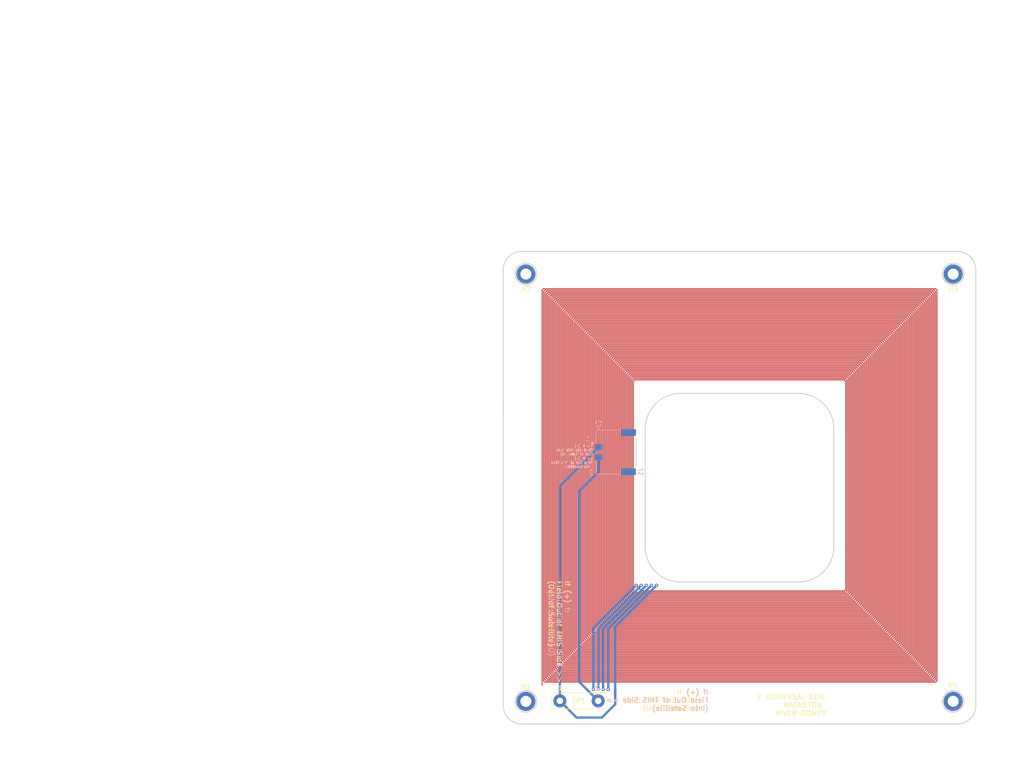
<source format=kicad_pcb>
(kicad_pcb (version 20240108) (generator "pcbnew") (generator_version "8.0")
  (title_block (title "Magneton") (date "2024-10-09") (rev "1.0") (comment 1 "Designed by: Eric Liu      ") (comment 2 "Retrofitted by: River Dowdy"))
  (layers (0 "F.Cu" signal) (1 "In1.Cu" signal) (2 "In2.Cu" signal) (3 "In3.Cu" signal) (4 "In4.Cu" signal) (31 "B.Cu" signal) (34 "B.Paste" user) (35 "F.Paste" user) (36 "B.SilkS" user "B.Silkscreen") (37 "F.SilkS" user "F.Silkscreen") (38 "B.Mask" user) (39 "F.Mask" user) (44 "Edge.Cuts" user))
  (net 0 "")
  (net 5 "COIL_1")
  (net 6 "COIL_2")
  (footprint "MountingHole:MountingHole_2.2mm_M2_DIN965_Pad_TopBottom" (layer "F.Cu") (at 104.641451 53.9418)
    (property "Reference" "H2")
    (property "Value" "~")
  )
  (footprint "MountingHole:MountingHole_2.2mm_M2_DIN965_Pad_TopBottom" (layer "F.Cu") (at 189.636861 53.94874)
    (property "Reference" "H3")
    (property "Value" "~")
  )
  (footprint "ssi_connector:TestPointConnection" (layer "F.Cu") (at 115.218 139.351)
    (property "Reference" "TP1")
    (property "Value" "Start/End of Coil Series" (hide yes))
  )
  (footprint "goofy:magneton" (layer "F.Cu") (at 168.437114 89.601651)
    (property "Reference" "REF**" (hide yes))
    (property "Value" "magneton" (hide yes))
  )
  (footprint "MountingHole:MountingHole_2.2mm_M2_DIN965_Pad_TopBottom" (layer "F.Cu") (at 104.637051 138.94899)
    (property "Reference" "H1")
    (property "Value" "~")
  )
  (footprint "MountingHole:MountingHole_2.2mm_M2_DIN965_Pad_TopBottom" (layer "F.Cu") (at 189.637061 138.94894 180)
    (property "Reference" "H4")
    (property "Value" "~")
  )
  (footprint "ssi_connector:Molex_205338-0002" (layer "B.Cu") (at 119.099001 88.372003 90)
    (property "Reference" "J1")
    (property "Value" "2053380002" (hide yes))
  )
  (footprint "NetTie:NetTie-2_SMD_Pad0.5mm" (layer "B.Cu") (at 122.404 137.124 -90)
    (property "Reference" "NT1" (hide yes))
    (property "Value" "NetTie_2" (hide yes))
  )
  (gr_curve (pts (xy 0.021394 -0.572607) (xy 0.020034 -0.571247) (xy 0.01927 -0.569402) (xy 0.01927 -0.567478)) (stroke (width 0.0002)) (layer "Edge.Cuts"))
  (gr_curve (pts (xy 191.775961 139.166851) (xy 191.755665 139.366438) (xy 191.707728 139.56016) (xy 191.635007 139.743068)) (stroke (width 0.2)) (layer "Edge.Cuts"))
  (gr_line (start 0.200015 -0.574716) (end 0.181269 -0.574716) (stroke (width 0.0002)) (layer "Edge.Cuts"))
  (gr_arc (start 191.2857 137.568975) (mid 191.499246 137.874425) (end 191.656835 138.212164) (stroke (width 0.2)) (layer "Edge.Cuts"))
  (gr_curve (pts (xy 0.026523 -0.574732) (xy 0.024599 -0.574732) (xy 0.022755 -0.573968) (xy 0.021394 -0.572607)) (stroke (width 0.0002)) (layer "Edge.Cuts"))
  (gr_curve (pts (xy 0.200015 -0.386748) (xy 0.204022 -0.386748) (xy 0.207253 -0.38998) (xy 0.207253 -0.393986)) (stroke (width 0.0002)) (layer "Edge.Cuts"))
  (gr_line (start 0.01927 -0.548732) (end 0.019285 -0.412732) (stroke (width 0.0002)) (layer "Edge.Cuts"))
  (gr_line (start 194.129 139.822002) (end 194.129 53.075997) (stroke (width 0.2)) (layer "Edge.Cuts"))
  (gr_curve (pts (xy 0.021394 -0.572607) (xy 0.020034 -0.571247) (xy 0.01927 -0.569402) (xy 0.01927 -0.567478)) (stroke (width 0.0002)) (layer "Edge.Cuts"))
  (gr_line (start 0.13673 -0.518242) (end 0.089767 -0.518242) (stroke (width 0.0002)) (layer "Edge.Cuts"))
  (gr_line (start 0.13673 -0.518242) (end 0.08977 -0.518242) (stroke (width 0.0002)) (layer "Edge.Cuts"))
  (gr_line (start 190.76889 55.776927) (end 190.768894 55.776934) (stroke (width 0.2)) (layer "Edge.Cuts"))
  (gr_arc (start 0.075767 -0.504242) (mid 0.079869 -0.514142) (end 0.08977 -0.518242) (stroke (width 0.0002)) (layer "Edge.Cuts"))
  (gr_curve (pts (xy 187.487001 138.948983) (xy 187.487001 138.217255) (xy 187.858877 137.538476) (xy 188.469186 137.143782)) (stroke (width 0.2)) (layer "Edge.Cuts"))
  (gr_line (start 100.137141 62.448996) (end 100.144999 130.448978) (stroke (width 0.2)) (layer "Edge.Cuts"))
  (gr_curve (pts (xy 0.200015 -0.386748) (xy 0.204022 -0.386748) (xy 0.207253 -0.38998) (xy 0.207253 -0.393986)) (stroke (width 0.0002)) (layer "Edge.Cuts"))
  (gr_curve (pts (xy 188.562001 140.810938) (xy 187.896788 140.426877) (xy 187.487001 139.717104) (xy 187.487001 138.948983)) (stroke (width 0.2)) (layer "Edge.Cuts"))
  (gr_line (start 0.019285 -0.412732) (end 0.019285 -0.393986) (stroke (width 0.0002)) (layer "Edge.Cuts"))
  (gr_arc (start 188.44876 52.157166) (mid 188.569643 52.082626) (end 188.695185 52.016234) (stroke (width 0.2)) (layer "Edge.Cuts"))
  (gr_line (start 0.08976 -0.443222) (end 0.1368 -0.443222) (stroke (width 0.0002)) (layer "Edge.Cuts"))
  (gr_curve (pts (xy 0.205133 -0.572596) (xy 0.203776 -0.573954) (xy 0.201935 -0.574716) (xy 0.200015 -0.574716)) (stroke (width 0.0002)) (layer "Edge.Cuts"))
  (gr_curve (pts (xy 103.367187 140.683976) (xy 103.16492 140.535991) (xy 102.992299 140.355362) (xy 102.854905 140.151758)) (stroke (width 0.2)) (layer "Edge.Cuts"))
  (gr_arc (start 158.892161 77.693862) (mid 163.838138 79.74038) (end 165.89213 84.683258) (stroke (width 0.2)) (layer "Edge.Cuts"))
  (gr_line (start 0.207253 -0.393986) (end 0.207253 -0.567478) (stroke (width 0.0002)) (layer "Edge.Cuts"))
  (gr_line (start 0.019285 -0.412732) (end 0.019285 -0.393986) (stroke (width 0.0002)) (layer "Edge.Cuts"))
  (gr_line (start 0.075767 -0.504242) (end 0.075761 -0.457222) (stroke (width 0.0002)) (layer "Edge.Cuts"))
  (gr_line (start 0.01927 -0.548732) (end 0.019285 -0.412732) (stroke (width 0.0002)) (layer "Edge.Cuts"))
  (gr_curve (pts (xy 102.688749 139.858302) (xy 102.557956 139.578142) (xy 102.486999 139.268614) (xy 102.486999 138.948983)) (stroke (width 0.2)) (layer "Edge.Cuts"))
  (gr_arc (start 0.15078 -0.4572) (mid 0.146686 -0.447315) (end 0.1368 -0.443222) (stroke (width 0.0002)) (layer "Edge.Cuts"))
  (gr_line (start 0.207253 -0.393986) (end 0.207253 -0.567478) (stroke (width 0.0002)) (layer "Edge.Cuts"))
  (gr_line (start 0.075767 -0.504242) (end 0.075761 -0.457222) (stroke (width 0.0002)) (layer "Edge.Cuts"))
  (gr_line (start 0.08976 -0.443222) (end 0.1368 -0.443222) (stroke (width 0.0002)) (layer "Edge.Cuts"))
  (gr_line (start 128.386057 84.692868) (end 128.38286 108.203151) (stroke (width 0.2)) (layer "Edge.Cuts"))
  (gr_curve (pts (xy 193.069027 50.516964) (xy 192.39023 49.838161) (xy 191.469969 49.456976) (xy 190.51 49.456976)) (stroke (width 0.2)) (layer "Edge.Cuts"))
  (gr_arc (start 0.08976 -0.443222) (mid 0.079861 -0.447323) (end 0.075761 -0.457222) (stroke (width 0.0002)) (layer "Edge.Cuts"))
  (gr_curve (pts (xy 103.561999 55.810947) (xy 103.065869 55.524506) (xy 102.711819 55.056887) (xy 102.563889 54.519011)) (stroke (width 0.2)) (layer "Edge.Cuts"))
  (gr_line (start 0.075767 -0.504242) (end 0.075761 -0.457222) (stroke (width 0.0002)) (layer "Edge.Cuts"))
  (gr_line (start 0.045269 -0.574732) (end 0.026523 -0.574732) (stroke (width 0.0002)) (layer "Edge.Cuts"))
  (gr_arc (start 104.287806 136.827501) (mid 106.728332 139.448219) (end 103.367187 140.683976) (stroke (width 0.2)) (layer "Edge.Cuts"))
  (gr_arc (start 128.386057 84.692868) (mid 130.436633 79.743768) (end 135.386011 77.693862) (stroke (width 0.2)) (layer "Edge.Cuts"))
  (gr_curve (pts (xy 191.341039 55.260036) (xy 191.185189 55.462654) (xy 190.992384 55.638568) (xy 190.76889 55.776927)) (stroke (width 0.2)) (layer "Edge.Cuts"))
  (gr_curve (pts (xy 187.487001 53.948992) (xy 187.487001 53.225463) (xy 187.85059 52.553704) (xy 188.44876 52.157166)) (stroke (width 0.2)) (layer "Edge.Cuts"))
  (gr_line (start 0.200015 -0.574716) (end 0.15078 -0.574716) (stroke (width 0.0002)) (layer "Edge.Cuts"))
  (gr_curve (pts (xy 101.199415 50.511407) (xy 100.519145 51.191682) (xy 100.137135 52.113947) (xy 100.137141 53.075997)) (stroke (width 0.2)) (layer "Edge.Cuts"))
  (gr_curve (pts (xy 0.207253 -0.567478) (xy 0.207253 -0.569398) (xy 0.206491 -0.571239) (xy 0.205133 -0.572596)) (stroke (width 0.0002)) (layer "Edge.Cuts"))
  (gr_line (start 0.019285 -0.412732) (end 0.019285 -0.393986) (stroke (width 0.0002)) (layer "Edge.Cuts"))
  (gr_arc (start 189.36845 136.815802) (mid 189.656701 136.799046) (end 189.944597 136.821077) (stroke (width 0.2)) (layer "Edge.Cuts"))
  (gr_arc (start 191.640995 54.727847) (mid 191.510009 55.004645) (end 191.341039 55.260036) (stroke (width 0.2)) (layer "Edge.Cuts"))
  (gr_curve (pts (xy 189.984598 51.827249) (xy 190.159275 51.855843) (xy 190.33122 51.90614) (xy 190.496287 51.978139)) (stroke (width 0.2)) (layer "Edge.Cuts"))
  (gr_curve (pts (xy 0.026523 -0.574732) (xy 0.024599 -0.574732) (xy 0.022755 -0.573968) (xy 0.021394 -0.572607)) (stroke (width 0.0002)) (layer "Edge.Cuts"))
  (gr_line (start 0.15078 -0.4572) (end 0.15078 -0.505507) (stroke (width 0.0002)) (layer "Edge.Cuts"))
  (gr_line (start 103.763999 143.440999) (end 190.51 143.440999) (stroke (width 0.2)) (layer "Edge.Cuts"))
  (gr_line (start 188.617215 137.056211) (end 188.617219 137.056217) (stroke (width 0.2)) (layer "Edge.Cuts"))
  (gr_curve (pts (xy 0.207253 -0.567478) (xy 0.207253 -0.569398) (xy 0.206491 -0.571239) (xy 0.205133 -0.572596)) (stroke (width 0.0002)) (layer "Edge.Cuts"))
  (gr_arc (start 0.08976 -0.443222) (mid 0.079861 -0.447323) (end 0.075761 -0.457222) (stroke (width 0.0002)) (layer "Edge.Cuts"))
  (gr_line (start 181.137 49.456976) (end 113.136999 49.449118) (stroke (width 0.2)) (layer "Edge.Cuts"))
  (gr_line (start 0.15078 -0.4572) (end 0.15078 -0.505507) (stroke (width 0.0002)) (layer "Edge.Cuts"))
  (gr_line (start 0.13673 -0.518242) (end 0.08977 -0.518242) (stroke (width 0.0002)) (layer "Edge.Cuts"))
  (gr_arc (start 190.496287 51.978139) (mid 190.718245 52.090622) (end 190.925723 52.227992) (stroke (width 0.2)) (layer "Edge.Cuts"))
  (gr_curve (pts (xy 0.026523 -0.574732) (xy 0.024599 -0.574732) (xy 0.022755 -0.573968) (xy 0.021394 -0.572607)) (stroke (width 0.0002)) (layer "Edge.Cuts"))
  (gr_arc (start 102.854898 140.151763) (mid 102.766064 140.008293) (end 102.688749 139.858302) (stroke (width 0.2)) (layer "Edge.Cuts"))
  (gr_curve (pts (xy 102.486999 138.948983) (xy 102.486999 138.221095) (xy 102.854983 137.545602) (xy 103.459596 137.15002)) (stroke (width 0.2)) (layer "Edge.Cuts"))
  (gr_curve (pts (xy 0.205133 -0.572596) (xy 0.203776 -0.573954) (xy 0.201935 -0.574716) (xy 0.200015 -0.574716)) (stroke (width 0.0002)) (layer "Edge.Cuts"))
  (gr_curve (pts (xy 0.019285 -0.393986) (xy 0.019285 -0.38998) (xy 0.022517 -0.386748) (xy 0.026523 -0.386748)) (stroke (width 0.0002)) (layer "Edge.Cuts"))
  (gr_arc (start 135.382861 115.204103) (mid 130.43279 113.153512) (end 128.38286 108.203151) (stroke (width 0.2)) (layer "Edge.Cuts"))
  (gr_curve (pts (xy 190.51 143.440999) (xy 192.51323 143.440999) (xy 194.128999 141.825232) (xy 194.129 139.822002)) (stroke (width 0.2)) (layer "Edge.Cuts"))
  (gr_line (start 0.045269 -0.574732) (end 0.026523 -0.574732) (stroke (width 0.0002)) (layer "Edge.Cuts"))
  (gr_line (start 102.854898 140.151763) (end 102.854905 140.151758) (stroke (width 0.2)) (layer "Edge.Cuts"))
  (gr_curve (pts (xy 105.047332 56.059508) (xy 104.545953 56.156927) (xy 104.017748 56.074074) (xy 103.561999 55.810947)) (stroke (width 0.2)) (layer "Edge.Cuts"))
  (gr_line (start 0.045269 -0.574732) (end 0.026523 -0.574732) (stroke (width 0.0002)) (layer "Edge.Cuts"))
  (gr_line (start 0.026523 -0.386748) (end 0.200015 -0.386748) (stroke (width 0.0002)) (layer "Edge.Cuts"))
  (gr_line (start 0.01927 -0.567478) (end 0.01927 -0.548732) (stroke (width 0.0002)) (layer "Edge.Cuts"))
  (gr_arc (start 190.768894 55.776934) (mid 190.691774 55.822493) (end 190.612823 55.864799) (stroke (width 0.2)) (layer "Edge.Cuts"))
  (gr_line (start 0.026523 -0.386748) (end 0.200015 -0.386748) (stroke (width 0.0002)) (layer "Edge.Cuts"))
  (gr_line (start 0.026523 -0.574732) (end 0.089767 -0.518242) (stroke (width 0.0002)) (layer "Edge.Cuts"))
  (gr_curve (pts (xy 188.695185 52.016234) (xy 188.898309 51.917213) (xy 189.113249 51.852043) (xy 189.331926 51.820724)) (stroke (width 0.2)) (layer "Edge.Cuts"))
  (gr_line (start 0.207253 -0.393986) (end 0.207253 -0.567478) (stroke (width 0.0002)) (layer "Edge.Cuts"))
  (gr_curve (pts (xy 190.612823 55.864799) (xy 189.966589 56.19408) (xy 189.194514 56.176129) (xy 188.562001 55.810947)) (stroke (width 0.2)) (layer "Edge.Cuts"))
  (gr_arc (start 165.89213 108.20409) (mid 163.844832 113.150889) (end 158.900487 115.204103) (stroke (width 0.2)) (layer "Edge.Cuts"))
  (gr_arc (start 0.075767 -0.504242) (mid 0.079869 -0.514142) (end 0.08977 -0.518242) (stroke (width 0.0002)) (layer "Edge.Cuts"))
  (gr_line (start 0.01927 -0.548732) (end 0.019285 -0.412732) (stroke (width 0.0002)) (layer "Edge.Cuts"))
  (gr_arc (start 103.459596 137.15002) (mid 103.542411 137.09846) (end 103.627481 137.050711) (stroke (width 0.2)) (layer "Edge.Cuts"))
  (gr_curve (pts (xy 0.207253 -0.567478) (xy 0.207253 -0.569398) (xy 0.206491 -0.571239) (xy 0.205133 -0.572596)) (stroke (width 0.0002)) (layer "Edge.Cuts"))
  (gr_curve (pts (xy 188.562001 55.810947) (xy 187.896788 55.426886) (xy 187.487001 54.717113) (xy 187.487001 53.948992)) (stroke (width 0.2)) (layer "Edge.Cuts"))
  (gr_curve (pts (xy 188.617219 137.056217) (xy 188.854064 136.928579) (xy 189.10895 136.84844) (xy 189.36845 136.815802)) (stroke (width 0.2)) (layer "Edge.Cuts"))
  (gr_curve (pts (xy 0.205133 -0.572596) (xy 0.203776 -0.573954) (xy 0.201935 -0.574716) (xy 0.200015 -0.574716)) (stroke (width 0.0002)) (layer "Edge.Cuts"))
  (gr_line (start 103.627486 137.050719) (end 103.627481 137.050711) (stroke (width 0.2)) (layer "Edge.Cuts"))
  (gr_curve (pts (xy 191.348289 140.250549) (xy 191.178205 140.474227) (xy 190.963334 140.665831) (xy 190.712001 140.810938)) (stroke (width 0.2)) (layer "Edge.Cuts"))
  (gr_arc (start 191.772662 53.700824) (mid 191.78701 53.940543) (end 191.774544 54.180368) (stroke (width 0.2)) (layer "Edge.Cuts"))
  (gr_line (start 0.200015 -0.574716) (end 0.181269 -0.574716) (stroke (width 0.0002)) (layer "Edge.Cuts"))
  (gr_curve (pts (xy 190.712001 140.810938) (xy 190.046789 141.194998) (xy 189.227213 141.194998) (xy 188.562001 140.810938)) (stroke (width 0.2)) (layer "Edge.Cuts"))
  (gr_line (start 0.08976 -0.443222) (end 0.1368 -0.443222) (stroke (width 0.0002)) (layer "Edge.Cuts"))
  (gr_arc (start 191.635007 139.743068) (mid 191.508924 140.006569) (end 191.348289 140.250549) (stroke (width 0.2)) (layer "Edge.Cuts"))
  (gr_line (start 0.01927 -0.567478) (end 0.01927 -0.548732) (stroke (width 0.0002)) (layer "Edge.Cuts"))
  (gr_curve (pts (xy 0.019285 -0.393986) (xy 0.019285 -0.38998) (xy 0.022517 -0.386748) (xy 0.026523 -0.386748)) (stroke (width 0.0002)) (layer "Edge.Cuts"))
  (gr_curve (pts (xy 103.763999 49.449118) (xy 102.801949 49.449118) (xy 101.879685 49.831134) (xy 101.199415 50.511407)) (stroke (width 0.2)) (layer "Edge.Cuts"))
  (gr_curve (pts (xy 0.021394 -0.572607) (xy 0.020034 -0.571247) (xy 0.01927 -0.569402) (xy 0.01927 -0.567478)) (stroke (width 0.0002)) (layer "Edge.Cuts"))
  (gr_line (start 165.89213 108.20409) (end 165.89213 84.683258) (stroke (width 0.2)) (layer "Edge.Cuts"))
  (gr_line (start 100.137141 53.075997) (end 100.137141 62.448996) (stroke (width 0.2)) (layer "Edge.Cuts"))
  (gr_arc (start 0.15078 -0.4572) (mid 0.146686 -0.447315) (end 0.1368 -0.443222) (stroke (width 0.0002)) (layer "Edge.Cuts"))
  (gr_arc (start 190.518993 136.988191) (mid 190.717906 137.090415) (end 190.905122 137.212753) (stroke (width 0.2)) (layer "Edge.Cuts"))
  (gr_line (start 113.136999 49.449118) (end 103.763999 49.449118) (stroke (width 0.2)) (layer "Edge.Cuts"))
  (gr_curve (pts (xy 191.665184 53.235468) (xy 191.717783 53.384923) (xy 191.754104 53.540898) (xy 191.772662 53.700824)) (stroke (width 0.2)) (layer "Edge.Cuts"))
  (gr_curve (pts (xy 103.627486 137.050719) (xy 103.836785 136.939381) (xy 104.05996 136.864976) (xy 104.287806 136.827501)) (stroke (width 0.2)) (layer "Edge.Cuts"))
  (gr_line (start 0.181269 -0.574716) (end 0.045269 -0.574732) (stroke (width 0.0002)) (layer "Edge.Cuts"))
  (gr_line (start 135.382861 115.204103) (end 158.900487 115.204103) (stroke (width 0.2)) (layer "Edge.Cuts"))
  (gr_arc (start 0.13673 -0.518242) (mid 0.14668 -0.514142) (end 0.15078 -0.505507) (stroke (width 0.0002)) (layer "Edge.Cuts"))
  (gr_arc (start 102.563889 54.519011) (mid 105.778075 52.109446) (end 105.047332 56.059508) (stroke (width 0.2)) (layer "Edge.Cuts"))
  (gr_curve (pts (xy 0.200015 -0.386748) (xy 0.204022 -0.386748) (xy 0.207253 -0.38998) (xy 0.207253 -0.393986)) (stroke (width 0.0002)) (layer "Edge.Cuts"))
  (gr_arc (start 191.265855 52.54561) (mid 191.497768 52.871872) (end 191.665184 53.235468) (stroke (width 0.2)) (layer "Edge.Cuts"))
  (gr_line (start 190.51 49.456976) (end 181.137 49.456976) (stroke (width 0.2)) (layer "Edge.Cuts"))
  (gr_line (start 0.15078 -0.4572) (end 0.15078 -0.574716) (stroke (width 0.0002)) (layer "Edge.Cuts"))
  (gr_line (start 100.144999 130.448978) (end 100.144999 139.822002) (stroke (width 0.2)) (layer "Edge.Cuts"))
  (gr_curve (pts (xy 191.656835 138.212164) (xy 191.715873 138.373943) (xy 191.755752 138.543589) (xy 191.774565 138.717801)) (stroke (width 0.2)) (layer "Edge.Cuts"))
  (gr_arc (start 188.469186 137.143782) (mid 188.542325 137.098516) (end 188.617215 137.056211) (stroke (width 0.2)) (layer "Edge.Cuts"))
  (gr_curve (pts (xy 190.925723 52.227992) (xy 191.051259 52.321967) (xy 191.165093 52.428631) (xy 191.265855 52.54561)) (stroke (width 0.2)) (layer "Edge.Cuts"))
  (gr_curve (pts (xy 100.144999 139.822002) (xy 100.145 141.825232) (xy 101.760769 143.440999) (xy 103.763999 143.440999)) (stroke (width 0.2)) (layer "Edge.Cuts"))
  (gr_curve (pts (xy 191.774544 54.180368) (xy 191.754085 54.369665) (xy 191.708753 54.553571) (xy 191.640995 54.727847)) (stroke (width 0.2)) (layer "Edge.Cuts"))
  (gr_arc (start 0.08976 -0.443222) (mid 0.079861 -0.447323) (end 0.075761 -0.457222) (stroke (width 0.0002)) (layer "Edge.Cuts"))
  (gr_line (start 158.892161 77.693862) (end 135.386011 77.693862) (stroke (width 0.2)) (layer "Edge.Cuts"))
  (gr_curve (pts (xy 190.905122 137.212753) (xy 191.047226 137.316509) (xy 191.174729 137.436364) (xy 191.2857 137.568975)) (stroke (width 0.2)) (layer "Edge.Cuts"))
  (gr_arc (start 0.15078 -0.4572) (mid 0.146686 -0.447315) (end 0.1368 -0.443222) (stroke (width 0.0002)) (layer "Edge.Cuts"))
  (gr_arc (start 0.075767 -0.504242) (mid 0.079869 -0.514142) (end 0.089767 -0.518242) (stroke (width 0.0002)) (layer "Edge.Cuts"))
  (gr_line (start 0.181269 -0.574716) (end 0.045269 -0.574732) (stroke (width 0.0002)) (layer "Edge.Cuts"))
  (gr_arc (start 191.774565 138.717801) (mid 191.787016 138.942289) (end 191.775961 139.166851) (stroke (width 0.2)) (layer "Edge.Cuts"))
  (gr_line (start 0.01927 -0.567478) (end 0.01927 -0.548732) (stroke (width 0.0002)) (layer "Edge.Cuts"))
  (gr_line (start 0.15078 -0.505507) (end 0.181269 -0.574716) (stroke (width 0.0002)) (layer "Edge.Cuts"))
  (gr_curve (pts (xy 194.129 53.075997) (xy 194.129005 52.116028) (xy 193.747826 51.195767) (xy 193.069027 50.516964)) (stroke (width 0.2)) (layer "Edge.Cuts"))
  (gr_curve (pts (xy 0.019285 -0.393986) (xy 0.019285 -0.38998) (xy 0.022517 -0.386748) (xy 0.026523 -0.386748)) (stroke (width 0.0002)) (layer "Edge.Cuts"))
  (gr_curve (pts (xy 189.944597 136.821077) (xy 190.141058 136.849451) (xy 190.334477 136.905156) (xy 190.518993 136.988191)) (stroke (width 0.2)) (layer "Edge.Cuts"))
  (gr_line (start 0.026523 -0.386748) (end 0.200015 -0.386748) (stroke (width 0.0002)) (layer "Edge.Cuts"))
  (gr_line (start 0.181269 -0.574716) (end 0.045269 -0.574732) (stroke (width 0.0002)) (layer "Edge.Cuts"))
  (gr_arc (start 0.13673 -0.518242) (mid 0.14668 -0.514142) (end 0.15078 -0.505507) (stroke (width 0.0002)) (layer "Edge.Cuts"))
  (gr_arc (start 0.13673 -0.518242) (mid 0.14668 -0.514142) (end 0.15078 -0.505507) (stroke (width 0.0002)) (layer "Edge.Cuts"))
  (gr_arc (start 189.331926 51.820724) (mid 189.658512 51.799068) (end 189.984598 51.827249) (stroke (width 0.2)) (layer "Edge.Cuts"))
  (gr_text "If (+)\n<< Field Into THIS Side\n(Out of Satellite)" (at 109.129 116.774 -90) (layer "B.SilkS") (effects (font (size 1 1)) (justify right bottom mirror)))
  (gr_text "<< If (+)\nField Into This Side\n(Out of Satellite)\n" (at 118.15 90.047 0) (layer "B.SilkS") (effects (font (size 0.5 0.5) (thickness 0.125)) (justify left bottom mirror)))
  (gr_text "If (+)\nField Out of THIS Side >>\n(Into Satellite)" (at 141.054 140.899 0) (layer "B.SilkS") (effects (font (size 1 1)) (justify left bottom mirror)))
  (gr_text "2" (at 119.504 136.899 0) (layer "B.SilkS") (effects (font (size 1 1)) (justify left bottom mirror)))
  (gr_text "1" (at 111.954 136.899 0) (layer "B.SilkS") (effects (font (size 1 1)) (justify left bottom mirror)))
  (gr_text "2" (at 118.2 94.047 0) (layer "B.SilkS") (effects (font (size 1 1)) (justify left bottom mirror)))
  (gr_text "<< If (+)\nField Out of This Side\n(Into Satellite)\n" (at 118.15 92.547 0) (layer "B.SilkS") (effects (font (size 0.5 0.5) (thickness 0.125)) (justify left bottom mirror)))
  (gr_text "1" (at 117.4 87.247 0) (layer "B.SilkS") (effects (font (size 1 1)) (justify left bottom mirror)))
  (gr_text "2" (at 118.554 136.899 0) (layer "F.SilkS") (effects (font (size 1 1)) (justify left bottom)))
  (gr_text "If (+)\n<< Field Into THIS Side\n(Into Satellite)" (at 139.154 140.899 0) (layer "F.SilkS") (effects (font (size 1 1)) (justify right bottom)))
  (gr_text "1" (at 111.004 136.899 0) (layer "F.SilkS") (effects (font (size 1 1)) (justify left bottom)))
  (gr_text "Z UNIVERSAL COIL\nMAGNETON \nRIVER DOWDY" (at 164.454 141.874 0) (layer "F.SilkS") (effects (font (size 1 1)) (justify right bottom)))
  (gr_text "If (+)\nField Out of THIS Side >>\n(Out of Satellite)" (at 109.129 114.854 -90) (layer "F.SilkS") (effects (font (size 1 1)) (justify left bottom)))
  (segment (start 111.398 96.148005) (end 119.099001 88.447004) (width 0.45) (layer "B.Cu") (net 5))
  (segment (start 119.099001 88.447004) (end 119.099001 88.372003) (width 0.25) (layer "B.Cu") (net 5))
  (segment (start 114.721 142.174) (end 119.754 142.174) (width 0.45) (layer "B.Cu") (net 5))
  (segment (start 122.404 139.524) (end 122.404 137.624) (width 0.45) (layer "B.Cu") (net 5))
  (segment (start 111.398 138.851) (end 114.721 142.174) (width 0.45) (layer "B.Cu") (net 5))
  (segment (start 111.398 138.851) (end 111.398 96.148005) (width 0.45) (layer "B.Cu") (net 5))
  (segment (start 119.754 142.174) (end 122.404 139.524) (width 0.45) (layer "B.Cu") (net 5))
  (segment (start 112.8165 62.074001) (end 113.0915 61.799001) (width 0.175) (layer "F.Cu") (net 6))
  (segment (start 117.7665 67.024001) (end 118.0415 66.749001) (width 0.175) (layer "F.Cu") (net 6))
  (segment (start 181.191499 129.624) (end 180.9165 129.899) (width 0.175) (layer "F.Cu") (net 6))
  (segment (start 115.5665 127.974001) (end 115.2915 127.699001) (width 0.175) (layer "F.Cu") (net 6))
  (segment (start 176.7915 125.224) (end 176.5165 125.499) (width 0.175) (layer "F.Cu") (net 6))
  (segment (start 177.3415 66.199001) (end 177.3415 125.774001) (width 0.175) (layer "F.Cu") (net 6))
  (segment (start 111.7165 131.824001) (end 111.4415 131.549001) (width 0.175) (layer "F.Cu") (net 6))
  (segment (start 178.991499 127.424001) (end 178.7165 127.699001) (width 0.175) (layer "F.Cu") (net 6))
  (segment (start 173.7665 122.199001) (end 173.4915 122.474001) (width 0.175) (layer "F.Cu") (net 6))
  (segment (start 184.7665 58.224001) (end 185.0415 58.499001) (width 0.175) (layer "F.Cu") (net 6))
  (segment (start 179.2665 63.724001) (end 179.5415 63.999001) (width 0.175) (layer "F.Cu") (net 6))
  (segment (start 171.8415 71.149001) (end 172.116499 71.424001) (width 0.175) (layer "F.Cu") (net 6))
  (segment (start 172.3915 70.599001) (end 172.6665 70.874001) (width 0.175) (layer "F.Cu") (net 6))
  (segment (start 171.2915 119.724) (end 171.0165 119.999) (width 0.175) (layer "F.Cu") (net 6))
  (segment (start 169.0915 73.899001) (end 169.366499 74.174001) (width 0.175) (layer "F.Cu") (net 6))
  (segment (start 171.0165 119.999) (end 123.5415 119.999) (width 0.175) (layer "F.Cu") (net 6))
  (segment (start 182.8415 131.274001) (end 182.5665 131.549001) (width 0.175) (layer "F.Cu") (net 6))
  (segment (start 108.1415 57.399001) (end 108.4165 57.124001) (width 0.175) (layer "F.Cu") (net 6))
  (segment (start 120.241499 68.949001) (end 174.0415 68.949001) (width 0.175) (layer "F.Cu") (net 6))
  (segment (start 122.4415 121.099001) (end 122.1665 120.824001) (width 0.175) (layer "F.Cu") (net 6))
  (segment (start 113.3665 62.624001) (end 113.3665 129.624) (width 0.175) (layer "F.Cu") (net 6))
  (segment (start 181.1915 61.799001) (end 181.4665 62.074001) (width 0.175) (layer "F.Cu") (net 6))
  (segment (start 185.8665 134.849001) (end 108.6915 134.849001) (width 0.175) (layer "F.Cu") (net 6))
  (segment (start 123.8165 73.074001) (end 123.8165 119.174001) (width 0.175) (layer "F.Cu") (net 6))
  (segment (start 170.741499 72.799001) (end 170.741499 119.174) (width 0.175) (layer "F.Cu") (net 6))
  (segment (start 180.0915 63.449001) (end 180.0915 128.524001) (width 0.175) (layer "F.Cu") (net 6))
  (segment (start 115.0165 64.274001) (end 115.2915 63.999001) (width 0.175) (layer "F.Cu") (net 6))
  (segment (start 120.5165 123.024) (end 120.2415 122.749) (width 0.175) (layer "F.Cu") (net 6))
  (segment (start 179.5415 63.999001) (end 179.5415 127.974) (width 0.175) (layer "F.Cu") (net 6))
  (segment (start 180.6415 62.349001) (end 180.9165 62.624001) (width 0.175) (layer "F.Cu") (net 6))
  (segment (start 181.741499 130.174001) (end 181.4665 130.449001) (width 0.175) (layer "F.Cu") (net 6))
  (segment (start 179.8165 63.174001) (end 180.0915 63.449001) (width 0.175) (layer "F.Cu") (net 6))
  (segment (start 117.7665 67.024001) (end 117.7665 125.224001) (width 0.175) (layer "F.Cu") (net 6))
  (segment (start 178.441499 65.099001) (end 178.441499 126.874) (width 0.175) (layer "F.Cu") (net 6))
  (segment (start 178.9915 63.999001) (end 179.2665 64.274001) (width 0.175) (layer "F.Cu") (net 6))
  (segment (start 171.566499 119.999) (end 171.2915 120.274) (width 0.175) (layer "F.Cu") (net 6))
  (segment (start 110.3415 133.199001) (end 110.0665 132.924001) (width 0.175) (layer "F.Cu") (net 6))
  (segment (start 172.3915 121.374) (end 122.1665 121.374) (width 0.175) (layer "F.Cu") (net 6))
  (segment (start 168.5415 117.524) (end 126.0165 117.524) (width 0.175) (layer "F.Cu") (net 6))
  (segment (start 122.1665 121.374) (end 121.8915 121.099) (width 0.175) (layer "F.Cu") (net 6))
  (segment (start 185.866499 57.674001) (end 185.866499 134.299001) (width 0.175) (layer "F.Cu") (net 6))
  (segment (start 123.2665 72.524001) (end 123.5415 72.249001) (width 0.175) (layer "F.Cu") (net 6))
  (segment (start 186.1415 134.574001) (end 185.8665 134.849001) (width 0.175) (layer "F.Cu") (net 6))
  (segment (start 124.9165 74.174001) (end 125.191499 73.899001) (width 0.175) (layer "F.Cu") (net 6))
  (segment (start 169.0915 117.524001) (end 168.8165 117.799001) (width 0.175) (layer "F.Cu") (net 6))
  (segment (start 183.941499 132.374) (end 183.6665 132.649) (width 0.175) (layer "F.Cu") (net 6))
  (segment (start 115.0165 64.274001) (end 115.0165 127.974001) (width 0.175) (layer "F.Cu") (net 6))
  (segment (start 178.7165 127.699001) (end 115.8415 127.699001) (width 0.175) (layer "F.Cu") (net 6))
  (segment (start 179.2665 128.249) (end 115.2915 128.249) (width 0.175) (layer "F.Cu") (net 6))
  (segment (start 116.1165 65.374001) (end 116.1165 126.874) (width 0.175) (layer "F.Cu") (net 6))
  (segment (start 168.816499 74.724001) (end 168.816499 117.249) (width 0.175) (layer "F.Cu") (net 6))
  (segment (start 108.9665 58.224001) (end 108.9665 134.024) (width 0.175) (layer "F.Cu") (net 6))
  (segment (start 113.9165 63.174001) (end 114.191499 62.899001) (width 0.175) (layer "F.Cu") (net 6))
  (segment (start 176.7915 125.774) (end 117.7665 125.774) (width 0.175) (layer "F.Cu") (net 6))
  (segment (start 126.0165 74.724001) (end 168.2665 74.724001) (width 0.175) (layer "F.Cu") (net 6))
  (segment (start 113.6415 62.899001) (end 113.9165 62.624001) (width 0.175) (layer "F.Cu") (net 6))
  (segment (start 118.8665 124.674001) (end 118.5915 124.399001) (width 0.175) (layer "F.Cu") (net 6))
  (segment (start 173.2165 121.649001) (end 172.9415 121.924001) (width 0.175) (layer "F.Cu") (net 6))
  (segment (start 109.7915 59.049001) (end 109.7915 133.199001) (width 0.175) (layer "F.Cu") (net 6))
  (segment (start 120.7915 70.049001) (end 120.7915 122.199001) (width 0.175) (layer "F.Cu") (net 6))
  (segment (start 175.4165 123.849) (end 175.1415 124.124) (width 0.175) (layer "F.Cu") (net 6))
  (segment (start 186.4165 57.124001) (end 186.4165 134.849) (width 0.175) (layer "F.Cu") (net 6))
  (segment (start 112.5415 61.799001) (end 112.5415 130.449001) (width 0.175) (layer "F.Cu") (net 6))
  (segment (start 122.4415 71.699001) (end 122.4415 120.549001) (width 0.175) (layer "F.Cu") (net 6))
  (segment (start 110.6165 59.874001) (end 110.8915 59.599001) (width 0.175) (layer "F.Cu") (net 6))
  (segment (start 176.2415 66.749001) (end 176.5165 67.024001) (width 0.175) (layer "F.Cu") (net 6))
  (segment (start 169.9165 118.349) (end 169.6415 118.624) (width 0.175) (layer "F.Cu") (net 6))
  (segment (start 182.0165 60.974001) (end 182.2915 61.249001) (width 0.175) (layer "F.Cu") (net 6))
  (segment (start 117.7665 125.774) (end 117.4915 125.499) (width 0.175) (layer "F.Cu") (net 6))
  (segment (start 175.9665 67.574001) (end 175.9665 124.399001) (width 0.175) (layer "F.Cu") (net 6))
  (segment (start 120.7915 70.049001) (end 121.066499 69.774001) (width 0.175) (layer "F.Cu") (net 6))
  (segment (start 183.1165 59.874001) (end 183.3915 60.149001) (width 0.175) (layer "F.Cu") (net 6))
  (segment (start 171.5665 120.549001) (end 122.9915 120.549001) (width 0.175) (layer "F.Cu") (net 6))
  (segment (start 174.316499 69.224001) (end 174.316499 122.749) (width 0.175) (layer "F.Cu") (net 6))
  (segment (start 115.8415 65.099001) (end 115.8415 127.149) (width 0.175) (layer "F.Cu") (net 6))
  (segment (start 182.8415 131.824001) (end 111.7165 131.824001) (width 0.175) (layer "F.Cu") (net 6))
  (segment (start 109.7915 59.049001) (end 110.066499 58.774001) (width 0.175) (layer "F.Cu") (net 6))
  (segment (start 169.6415 73.899001) (end 169.6415 118.074001) (width 0.175) (layer "F.Cu") (net 6))
  (segment (start 175.1415 123.574001) (end 174.8665 123.849001) (width 0.175) (layer "F.Cu") (net 6))
  (segment (start 117.4915 126.049001) (end 117.2165 125.774001) (width 0.175) (layer "F.Cu") (net 6))
  (segment (start 121.066499 69.774001) (end 173.2165 69.774001) (width 0.175) (layer "F.Cu") (net 6))
  (segment (start 122.1665 71.424001) (end 122.441499 71.149001) (width 0.175) (layer "F.Cu") (net 6))
  (segment (start 176.5165 66.474001) (end 176.7915 66.749001) (width 0.175) (layer "F.Cu") (net 6))
  (segment (start 178.441499 126.874) (end 178.1665 127.149) (width 0.175) (layer "F.Cu") (net 6))
  (segment (start 177.616499 65.924001) (end 177.616499 126.049001) (width 0.175) (layer "F.Cu") (net 6))
  (segment (start 180.0915 128.524001) (end 179.8165 128.799001) (width 0.175) (layer "F.Cu") (net 6))
  (segment (start 108.9665 58.224001) (end 109.241499 57.949001) (width 0.175) (layer "F.Cu") (net 6))
  (segment (start 173.4915 69.499001) (end 173.7665 69.774001) (width 0.175) (layer "F.Cu") (net 6))
  (segment (start 113.3665 62.624001) (end 113.6415 62.349001) (width 0.175) (layer "F.Cu") (net 6))
  (segment (start 120.2415 69.499001) (end 120.2415 122.749) (width 0.175) (layer "F.Cu") (net 6))
  (segment (start 118.8665 68.124001) (end 118.8665 124.124) (width 0.175) (layer "F.Cu") (net 6))
  (segment (start 182.566499 130.999) (end 182.2915 131.274) (width 0.175) (layer "F.Cu") (net 6))
  (segment (start 108.9665 134.574001) (end 108.6915 134.299001) (width 0.175) (layer "F.Cu") (net 6))
  (segment (start 127.662433 116.974001) (end 167.9915 116.974001) (width 0.175) (layer "F.Cu") (net 6))
  (segment (start 110.616499 59.324001) (end 183.6665 59.324001) (width 0.175) (layer "F.Cu") (net 6))
  (segment (start 117.2165 65.924001) (end 177.0665 65.924001) (width 0.175) (layer "F.Cu") (net 6))
  (segment (start 174.5915 68.399001) (end 174.866499 68.674001) (width 0.175) (layer "F.Cu") (net 6))
  (segment (start 110.0665 59.324001) (end 110.0665 132.924001) (width 0.175) (layer "F.Cu") (net 6))
  (segment (start 119.691499 68.399001) (end 174.5915 68.399001) (width 0.175) (layer "F.Cu") (net 6))
  (segment (start 116.1165 127.424001) (end 115.8415 127.149001) (width 0.175) (layer "F.Cu") (net 6))
  (segment (start 183.3915 132.374) (end 111.1665 132.374) (width 0.175) (layer "F.Cu") (net 6))
  (segment (start 124.3665 119.174001) (end 124.0915 118.899001) (width 0.175) (layer "F.Cu") (net 6))
  (segment (start 109.2415 58.499001) (end 109.2415 133.749) (width 0.175) (layer "F.Cu") (net 6))
  (segment (start 109.2415 134.299001) (end 108.9665 134.024001) (width 0.175) (layer "F.Cu") (net 6))
  (segment (start 184.4915 58.499001) (end 184.7665 58.774001) (width 0.175) (layer "F.Cu") (net 6))
  (segment (start 180.6415 129.624) (end 113.9165 129.624) (width 0.175) (layer "F.Cu") (net 6))
  (segment (start 179.8165 128.799001) (end 114.7415 128.799001) (width 0.175) (layer "F.Cu") (net 6))
  (segment (start 110.3415 59.599001) (end 110.3415 132.649) (width 0.175) (layer "F.Cu") (net 6))
  (segment (start 122.991499 71.699001) (end 171.2915 71.699001) (width 0.175) (layer "F.Cu") (net 6))
  (segment (start 184.491499 59.049001) (end 184.491499 132.924001) (width 0.175) (layer "F.Cu") (net 6))
  (segment (start 115.2915 128.249) (end 115.0165 127.974) (width 0.175) (layer "F.Cu") (net 6))
  (segment (start 185.0415 134.024) (end 109.5165 134.024) (width 0.175) (layer "F.Cu") (net 6))
  (segment (start 117.4915 66.749001) (end 117.4915 125.499) (width 0.175) (layer "F.Cu") (net 6))
  (segment (start 173.491499 121.924001) (end 173.2165 122.199001) (width 0.175) (layer "F.Cu") (net 6))
  (segment (start 114.7415 63.999001) (end 114.7415 128.249) (width 0.175) (layer "F.Cu") (net 6))
  (segment (start 112.2665 61.524001) (end 112.5415 61.249001) (width 0.175) (layer "F.Cu") (net 6))
  (segment (start 119.6915 68.949001) (end 119.9665 68.674001) (width 0.175) (layer "F.Cu") (net 6))
  (segment (start 180.6415 62.899001) (end 180.6415 129.074001) (width 0.175) (layer "F.Cu") (net 6))
  (segment (start 108.6915 57.949001) (end 108.6915 134.299001) (width 0.175) (layer "F.Cu") (net 6))
  (segment (start 183.6665 59.324001) (end 183.941499 59.599001) (width 0.175) (layer "F.Cu") (net 6))
  (segment (start 116.6665 126.874) (end 116.3915 126.599) (width 0.175) (layer "F.Cu") (net 6))
  (segment (start 184.491499 132.924001) (end 184.2165 133.199001) (width 0.175) (layer "F.Cu") (net 6))
  (segment (start 119.4165 68.674001) (end 119.4165 123.574001) (width 0.175) (layer "F.Cu") (net 6))
  (segment (start 122.1665 70.874001) (end 172.1165 70.874001) (width 0.175) (layer "F.Cu") (net 6))
  (segment (start 182.2915 61.249001) (end 182.2915 130.724) (width 0.175) (layer "F.Cu") (net 6))
  (segment (start 179.2665 127.699001) (end 178.9915 127.974001) (width 0.175) (layer "F.Cu") (net 6))
  (segment (start 171.8415 120.824001) (end 122.7165 120.824001) (width 0.175) (layer "F.Cu") (net 6))
  (segment (start 175.6915 67.299001) (end 175.9665 67.574001) (width 0.175) (layer "F.Cu") (net 6))
  (segment (start 172.1165 70.874001) (end 172.3915 71.149001) (width 0.175) (layer "F.Cu") (net 6))
  (segment (start 184.7665 133.199001) (end 184.4915 133.474001) (width 0.175) (layer "F.Cu") (net 6))
  (segment (start 126.0165 117.524) (end 125.7415 117.249) (width 0.175) (layer "F.Cu") (net 6))
  (segment (start 183.6665 59.874001) (end 183.6665 132.099) (width 0.175) (layer "F.Cu") (net 6))
  (segment (start 170.741499 119.174) (end 170.4665 119.449001) (width 0.175) (layer "F.Cu") (net 6))
  (segment (start 180.9165 129.349) (end 180.6415 129.624) (width 0.175) (layer "F.Cu") (net 6))
  (segment (start 119.9665 68.674001) (end 174.3165 68.674001) (width 0.175) (layer "F.Cu") (net 6))
  (segment (start 125.1915 118.349001) (end 124.9165 118.074001) (width 0.175) (layer "F.Cu") (net 6))
  (segment (start 111.441499 60.149001) (end 182.8415 60.149001) (width 0.175) (layer "F.Cu") (net 6))
  (segment (start 168.2665 117.249) (end 126.2915 117.249) (width 0.175) (layer "F.Cu") (net 6))
  (segment (start 172.116499 71.424001) (end 172.116499 120.549001) (width 0.175) (layer "F.Cu") (net 6))
  (segment (start 172.941499 121.374) (end 172.6665 121.649) (width 0.175) (layer "F.Cu") (net 6))
  (segment (start 126.0165 75.274001) (end 126.0165 116.974001) (width 0.175) (layer "F.Cu") (net 6))
  (segment (start 171.8415 71.699001) (end 171.8415 120.274001) (width 0.175) (layer "F.Cu") (net 6))
  (segment (start 109.5165 58.774001) (end 109.7915 58.499001) (width 0.175) (layer "F.Cu") (net 6))
  (segment (start 174.8665 123.849001) (end 119.6915 123.849001) (width 0.175) (layer "F.Cu") (net 6))
  (segment (start 108.4165 57.674001) (end 108.691499 57.399001) (width 0.175) (layer "F.Cu") (net 6))
  (segment (start 169.9165 73.624001) (end 169.9165 118.349) (width 0.175) (layer "F.Cu") (net 6))
  (segment (start 121.8915 121.649) (end 121.6165 121.374) (width 0.175) (layer "F.Cu") (net 6))
  (segment (start 116.3915 127.149) (end 116.1165 126.874) (width 0.175) (layer "F.Cu") (net 6))
  (segment (start 169.9165 73.074001) (end 170.191499 73.349001) (width 0.175) (layer "F.Cu") (net 6))
  (segment (start 119.1415 67.849001) (end 175.1415 67.849001) (width 0.175) (layer "F.Cu") (net 6))
  (segment (start 118.5915 124.949001) (end 118.3165 124.674001) (width 0.175) (layer "F.Cu") (net 6))
  (segment (start 125.4665 74.724001) (end 125.4665 117.524) (width 0.175) (layer "F.Cu") (net 6))
  (segment (start 173.7665 69.224001) (end 174.0415 69.499001) (width 0.175) (layer "F.Cu") (net 6))
  (segment (start 126.565 115.876568) (end 127.662433 116.974001) (width 0.175) (layer "F.Cu") (net 6))
  (segment (start 126.2915 117.249) (end 126.0165 116.974) (width 0.175) (layer "F.Cu") (net 6))
  (segment (start 184.2165 133.199001) (end 110.3415 133.199001) (width 0.175) (layer "F.Cu") (net 6))
  (segment (start 170.4665 72.524001) (end 170.741499 72.799001) (width 0.175) (layer "F.Cu") (net 6))
  (segment (start 185.8665 57.124001) (end 186.1415 57.399001) (width 0.175) (layer "F.Cu") (net 6))
  (segment (start 124.0915 119.449001) (end 123.8165 119.174) (width 0.175) (layer "F.Cu") (net 6))
  (segment (start 122.9915 72.249001) (end 123.2665 71.974001) (width 0.175) (layer "F.Cu") (net 6))
  (segment (start 108.4165 57.674001) (end 108.4165 134.574001) (width 0.175) (layer "F.Cu") (net 6))
  (segment (start 174.3165 123.299001) (end 120.2415 123.299001) (width 0.175) (layer "F.Cu") (net 6))
  (segment (start 184.4915 133.474001) (end 110.0665 133.474001) (width 0.175) (layer "F.Cu") (net 6))
  (segment (start 124.9165 74.174001) (end 124.9165 118.074001) (width 0.175) (layer "F.Cu") (net 6))
  (segment (start 183.116499 131.549001) (end 182.8415 131.824001) (width 0.175) (layer "F.Cu") (net 6))
  (segment (start 176.2415 125.224001) (end 118.3165 125.224001) (width 0.175) (layer "F.Cu") (net 6))
  (segment (start 168.2665 74.724001) (end 168.5415 74.999001) (width 0.175) (layer "F.Cu") (net 6))
  (segment (start 178.9915 127.974001) (end 115.5665 127.974001) (width 0.175) (layer "F.Cu") (net 6))
  (segment (start 122.9915 120.549001) (end 122.7165 120.274001) (width 0.175) (layer "F.Cu") (net 6))
  (segment (start 173.2165 69.774001) (end 173.491499 70.049001) (width 0.175) (layer "F.Cu") (net 6))
  (segment (start 177.616499 126.049001) (end 177.3415 126.324001) (width 0.175) (layer "F.Cu") (net 6))
  (segment (start 118.0415 67.299001) (end 118.316499 67.024001) (width 0.175) (layer "F.Cu") (net 6))
  (segment (start 183.3915 59.599001) (end 183.6665 59.874001) (width 0.175) (layer "F.Cu") (net 6))
  (segment (start 108.6915 134.849001) (end 108.4165 134.574001) (width 0.175) (layer "F.Cu") (net 6))
  (segment (start 121.616499 70.324001) (end 172.6665 70.324001) (width 0.175) (layer "F.Cu") (net 6))
  (segment (start 185.0415 57.949001) (end 185.316499 58.224001) (width 0.175) (layer "F.Cu") (net 6))
  (segment (start 174.0415 68.949001) (end 174.316499 69.224001) (width 0.175) (layer "F.Cu") (net 6))
  (segment (start 111.4415 60.699001) (end 111.4415 131.549001) (width 0.175) (layer "F.Cu") (net 6))
  (segment (start 177.0665 126.049001) (end 117.4915 126.049001) (width 0.175) (layer "F.Cu") (net 6))
  (segment (start 124.9165 73.624001) (end 169.3665 73.624001) (width 0.175) (layer "F.Cu") (net 6))
  (segment (start 124.6415 118.899) (end 124.3665 118.624) (width 0.175) (layer "F.Cu") (net 6))
  (segment (start 185.3165 57.674001) (end 185.5915 57.949001) (width 0.175) (layer "F.Cu") (net 6))
  (segment (start 113.9165 129.624) (end 113.6415 129.349) (width 0.175) (layer "F.Cu") (net 6))
  (segment (start 177.6165 126.599001) (end 116.9415 126.599001) (width 0.175) (layer "F.Cu") (net 6))
  (segment (start 175.9665 124.399001) (end 175.6915 124.674001) (width 0.175) (layer "F.Cu") (net 6))
  (segment (start 114.4665 63.724001) (end 114.4665 128.524) (width 0.175) (layer "F.Cu") (net 6))
  (segment (start 180.0915 129.074001) (end 114.4665 129.074001) (width 0.175) (layer "F.Cu") (net 6))
  (segment (start 122.441499 71.149001) (end 171.8415 71.149001) (width 0.175) (layer "F.Cu") (net 6))
  (segment (start 117.2165 66.474001) (end 117.491499 66.199001) (width 0.175) (layer "F.Cu") (net 6))
  (segment (start 179.816499 128.249) (end 179.5415 128.524) (width 0.175) (layer "F.Cu") (net 6))
  (segment (start 174.8665 68.124001) (end 175.1415 68.399001) (width 0.175) (layer "F.Cu") (net 6))
  (segment (start 111.991499 60.699001) (end 182.2915 60.699001) (width 0.175) (layer "F.Cu") (net 6))
  (segment (start 124.366499 73.074001) (end 169.9165 73.074001) (width 0.175) (layer "F.Cu") (net 6))
  (segment (start 110.0665 59.324001) (end 110.3415 59.049001) (width 0.175) (layer "F.Cu") (net 6))
  (segment (start 176.241499 67.299001) (end 176.241499 124.674001) (width 0.175) (layer "F.Cu") (net 6))
  (segment (start 124.6415 73.899001) (end 124.6415 118.349001) (width 0.175) (layer "F.Cu") (net 6))
  (segment (start 167.9915 74.999001) (end 126.2915 74.999001) (width 0.175) (layer "F.Cu") (net 6))
  (segment (start 118.316499 67.024001) (end 175.9665 67.024001) (width 0.175) (layer "F.Cu") (net 6))
  (segment (start 108.4165 135.124) (end 108.1415 134.849) (width 0.175) (layer "F.Cu") (net 6))
  (segment (start 113.0915 62.349001) (end 113.366499 62.074001) (width 0.175) (layer "F.Cu") (net 6))
  (segment (start 119.4165 124.124) (end 119.1415 123.849) (width 0.175) (layer "F.Cu") (net 6))
  (segment (start 182.0165 61.524001) (end 182.0165 130.449001) (width 0.175) (layer "F.Cu") (net 6))
  (segment (start 123.5415 119.999) (end 123.2665 119.724) (width 0.175) (layer "F.Cu") (net 6))
  (segment (start 169.6415 73.349001) (end 169.9165 73.624001) (width 0.175) (layer "F.Cu") (net 6))
  (segment (start 175.4165 68.124001) (end 175.4165 123.849) (width 0.175) (layer "F.Cu") (net 6))
  (segment (start 169.9165 118.899) (end 124.6415 118.899) (width 0.175) (layer "F.Cu") (net 6))
  (segment (start 114.7415 128.799001) (end 114.4665 128.524001) (width 0.175) (layer "F.Cu") (net 6))
  (segment (start 168.5415 74.999001) (end 168.5415 116.974) (width 0.175) (layer "F.Cu") (net 6))
  (segment (start 185.316499 133.749) (end 185.0415 134.024) (width 0.175) (layer "F.Cu") (net 6))
  (segment (start 175.4165 67.574001) (end 175.691499 67.849001) (width 0.175) (layer "F.Cu") (net 6))
  (segment (start 114.1915 63.449001) (end 114.4665 63.174001) (width 0.175) (layer "F.Cu") (net 6))
  (segment (start 125.1915 74.449001) (end 125.1915 117.799001) (width 0.175) (layer "F.Cu") (net 6))
  (segment (start 174.316499 122.749) (end 174.0415 123.024) (width 0.175) (layer "F.Cu") (net 6))
  (segment (start 178.4415 127.424001) (end 116.1165 127.424001) (width 0.175) (layer "F.Cu") (net 6))
  (segment (start 116.6665 65.924001) (end 116.6665 126.324001) (width 0.175) (layer "F.Cu") (net 6))
  (segment (start 177.066499 125.499) (end 176.7915 125.774) (width 0.175) (layer "F.Cu") (net 6))
  (segment (start 113.9165 63.174001) (end 113.9165 129.074001) (width 0.175) (layer "F.Cu") (net 6))
  (segment (start 177.8915 126.874) (end 116.6665 126.874) (width 0.175) (layer "F.Cu") (net 6))
  (segment (start 176.5165 124.949001) (end 176.2415 125.224001) (width 0.175) (layer "F.Cu") (net 6))
  (segment (start 108.4165 57.124001) (end 185.8665 57.124001) (width 0.175) (layer "F.Cu") (net 6))
  (segment (start 169.0915 74.449001) (end 169.0915 117.524001) (width 0.175) (layer "F.Cu") (net 6))
  (segment (start 111.1665 132.374) (end 110.8915 132.099) (width 0.175) (layer "F.Cu") (net 6))
  (segment (start 122.9915 72.249001) (end 122.9915 119.999) (width 0.175) (layer "F.Cu") (net 6))
  (segment (start 124.0915 73.349001) (end 124.366499 73.074001) (width 0.175) (layer "F.Cu") (net 6))
  (segment (start 113.6415 62.899001) (end 113.6415 129.349001) (width 0.175) (layer "F.Cu") (net 6))
  (segment (start 172.6665 70.874001) (end 172.6665 121.099) (width 0.175) (layer "F.Cu") (net 6))
  (segment (start 116.9415 126.599001) (end 116.6665 126.324001) (width 0.175) (layer "F.Cu") (net 6))
  (segment (start 184.7665 133.749) (end 109.7915 133.749) (width 0.175) (layer "F.Cu") (net 6))
  (segment (start 184.2165 58.774001) (end 184.491499 59.049001) (width 0.175) (layer "F.Cu") (net 6))
  (segment (start 118.3165 125.224001) (end 118.0415 124.949001) (width 0.175) (layer "F.Cu") (net 6))
  (segment (start 116.6665 65.924001) (end 116.941499 65.649001) (width 0.175) (layer "F.Cu") (net 6))
  (segment (start 110.3415 59.049001) (end 183.9415 59.049001) (width 0.175) (layer "F.Cu") (net 6))
  (segment (start 119.4165 68.674001) (end 119.691499 68.399001) (width 0.175) (layer "F.Cu") (net 6))
  (segment (start 124.3665 73.624001) (end 124.6415 73.349001) (width 0.175) (layer "F.Cu") (net 6))
  (segment (start 111.4415 60.699001) (end 111.7165 60.424001) (width 0.175) (layer "F.Cu") (net 6))
  (segment (start 168.2665 116.699001) (end 168.2665 75.274001) (width 0.175) (layer "F.Cu") (net 6))
  (segment (start 180.9165 62.624001) (end 180.9165 129.349) (width 0.175) (layer "F.Cu") (net 6))
  (segment (start 115.8415 65.099001) (end 116.116499 64.824001) (width 0.175) (layer "F.Cu") (net 6))
  (segment (start 123.5415 72.799001) (end 123.816499 72.524001) (width 0.175) (layer "F.Cu") (net 6))
  (segment (start 185.5915 57.949001) (end 185.5915 134.024001) (width 0.175) (layer "F.Cu") (net 6))
  (segment (start 108.691499 57.399001) (end 185.5915 57.399001) (width 0.175) (layer "F.Cu") (net 6))
  (segment (start 124.3665 73.624001) (end 124.3665 118.624) (width 0.175) (layer "F.Cu") (net 6))
  (segment (start 120.5165 69.224001) (end 173.7665 69.224001) (width 0.175) (layer "F.Cu") (net 6))
  (segment (start 114.4665 63.174001) (end 179.8165 63.174001) (width 0.175) (layer "F.Cu") (net 6))
  (segment (start 168.5415 74.449001) (end 168.816499 74.724001) (width 0.175) (layer "F.Cu") (net 6))
  (segment (start 180.9165 62.074001) (end 181.191499 62.349001) (width 0.175) (layer "F.Cu") (net 6))
  (segment (start 182.8415 60.699001) (end 182.8415 131.274001) (width 0.175) (layer "F.Cu") (net 6))
  (segment (start 116.1165 65.374001) (end 116.3915 65.099001) (width 0.175) (layer "F.Cu") (net 6))
  (segment (start 121.8915 71.149001) (end 122.1665 70.874001) (width 0.175) (layer "F.Cu") (net 6))
  (segment (start 123.8165 73.074001) (end 124.0915 72.799001) (width 0.175) (layer "F.Cu") (net 6))
  (segment (start 180.3665 62.624001) (end 180.6415 62.899001) (width 0.175) (layer "F.Cu") (net 6))
  (segment (start 110.8915 60.149001) (end 110.8915 132.099001) (width 0.175) (layer "F.Cu") (net 6))
  (segment (start 183.6665 132.649) (end 110.8915 132.649) (width 0.175) (layer "F.Cu") (net 6))
  (segment (start 116.3915 65.099001) (end 177.8915 65.099001) (width 0.175) (layer "F.Cu") (net 6))
  (segment (start 121.8915 70.599001) (end 172.3915 70.599001) (width 0.175) (layer "F.Cu") (net 6))
  (segment (start 119.1415 68.399001) (end 119.1415 123.849001) (width 0.175) (layer "F.Cu") (net 6))
  (segment (start 124.6415 73.349001) (end 169.6415 73.349001) (width 0.175) (layer "F.Cu") (net 6))
  (segment (start 178.991499 64.549001) (end 178.991499 127.424001) (width 0.175) (layer "F.Cu") (net 6))
  (segment (start 112.5415 61.249001) (end 181.7415 61.249001) (width 0.175) (layer "F.Cu") (net 6))
  (segment (start 178.7165 64.274001) (end 178.991499 64.549001) (width 0.175) (layer "F.Cu") (net 6))
  (segment (start 110.8915 59.599001) (end 183.3915 59.599001) (width 0.175) (layer "F.Cu") (net 6))
  (segment (start 177.066499 66.474001) (end 177.066499 125.499) (width 0.175) (layer "F.Cu") (net 6))
  (segment (start 123.2665 72.524001) (end 123.2665 119.724001) (width 0.175) (layer "F.Cu") (net 6))
  (segment (start 125.7415 74.999001) (end 125.7415 117.249) (width 0.175) (layer "F.Cu") (net 6))
  (segment (start 125.7415 117.799001) (end 125.4665 117.524001) (width 0.175) (layer "F.Cu") (net 6))
  (segment (start 109.2415 58.499001) (end 109.5165 58.224001) (width 0.175) (layer "F.Cu") (net 6))
  (segment (start 121.3415 70.599001) (end 121.616499 70.324001) (width 0.175) (layer "F.Cu") (net 6))
  (segment (start 116.116499 64.824001) (end 178.1665 64.824001) (width 0.175) (layer "F.Cu") (net 6))
  (segment (start 181.4665 62.074001) (end 181.4665 129.899001) (width 0.175) (layer "F.Cu") (net 6))
  (segment (start 174.5915 123.574001) (end 119.9665 123.574001) (width 0.175) (layer "F.Cu") (net 6))
  (segment (start 177.8915 65.649001) (end 177.8915 126.324001) (width 0.175) (layer "F.Cu") (net 6))
  (segment (start 177.3415 65.649001) (end 177.616499 65.924001) (width 0.175) (layer "F.Cu") (net 6))
  (segment (start 174.866499 123.299001) (end 174.5915 123.574001) (width 0.175) (layer "F.Cu") (net 6))
  (segment (start 183.6665 132.099) (end 183.3915 132.374) (width 0.175) (layer "F.Cu") (net 6))
  (segment (start 170.191499 73.349001) (end 170.191499 118.624) (width 0.175) (layer "F.Cu") (net 6))
  (segment (start 175.9665 124.949001) (end 118.5915 124.949001) (width 0.175) (layer "F.Cu") (net 6))
  (segment (start 177.3415 126.324001) (end 117.2165 126.324001) (width 0.175) (layer "F.Cu") (net 6))
  (segment (start 175.1415 67.849001) (end 175.4165 68.124001) (width 0.175) (layer "F.Cu") (net 6))
  (segment (start 180.9165 129.899) (end 113.6415 129.899) (width 0.175) (layer "F.Cu") (net 6))
  (segment (start 172.6665 121.649) (end 121.8915 121.649) (width 0.175) (layer "F.Cu") (net 6))
  (segment (start 177.8915 65.099001) (end 178.1665 65.374001) (width 0.175) (layer "F.Cu") (net 6))
  (segment (start 168.8165 74.174001) (end 169.0915 74.449001) (width 0.175) (layer "F.Cu") (net 6))
  (segment (start 177.3415 125.774001) (end 177.0665 126.049001) (width 0.175) (layer "F.Cu") (net 6))
  (segment (start 185.0415 133.474) (end 184.7665 133.749) (width 0.175) (layer "F.Cu") (net 6))
  (segment (start 171.0165 119.449001) (end 170.7415 119.724001) (width 0.175) (layer "F.Cu") (net 6))
  (segment (start 178.1665 65.374001) (end 178.1665 126.599) (width 0.175) (layer "F.Cu") (net 6))
  (segment (start 113.366499 62.074001) (end 180.9165 62.074001) (width 0.175) (layer "F.Cu") (net 6))
  (segment (start 171.2915 120.274) (end 123.2665 120.274) (width 0.175) (layer "F.Cu") (net 6))
  (segment (start 172.116499 120.549001) (end 171.8415 120.824001) (width 0.175) (layer "F.Cu") (net 6))
  (segment (start 112.8165 130.724001) (end 112.5415 130.449001) (width 0.175) (layer "F.Cu") (net 6))
  (segment (start 118.3165 67.574001) (end 118.3165 124.674001) (width 0.175) (layer "F.Cu") (net 6))
  (segment (start 182.2915 131.274) (end 112.2665 131.274) (width 0.175) (layer "F.Cu") (net 6))
  (segment (start 185.5915 57.399001) (end 185.866499 57.674001) (width 0.175) (layer "F.Cu") (net 6))
  (segment (start 113.3665 130.174001) (end 113.0915 129.899001) (width 0.175) (layer "F.Cu") (net 6))
  (segment (start 115.0165 63.724001) (end 179.2665 63.724001) (width 0.175) (layer "F.Cu") (net 6))
  (segment (start 173.7665 122.749) (end 120.7915 122.749) (width 0.175) (layer "F.Cu") (net 6))
  (segment (start 174.5915 68.949001) (end 174.5915 123.024001) (width 0.175) (layer "F.Cu") (net 6))
  (segment (start 119.6915 123.849001) (end 119.4165 123.574001) (width 0.175) (layer "F.Cu") (net 6))
  (segment (start 175.1415 68.399001) (end 175.1415 123.574001) (width 0.175) (layer "F.Cu") (net 6))
  (segment (start 170.191499 118.624) (end 169.9165 118.899) (width 0.175) (layer "F.Cu") (net 6))
  (segment (start 176.5165 125.499) (end 118.0415 125.499) (width 0.175) (layer "F.Cu") (net 6))
  (segment (start 182.0165 130.449001) (end 181.7415 130.724001) (width 0.175) (layer "F.Cu") (net 6))
  (segment (start 168.5415 116.974) (end 168.2665 117.249) (width 0.175) (layer "F.Cu") (net 6))
  (segment (start 110.3415 59.599001) (end 110.616499 59.324001) (width 0.175) (layer "F.Cu") (net 6))
  (segment (start 121.0665 122.474001) (end 120.7915 122.199001) (width 0.175) (layer "F.Cu") (net 6))
  (segment (start 115.8415 127.699001) (end 115.5665 127.424001) (width 0.175) (layer "F.Cu") (net 6))
  (segment (start 119.9665 123.574001) (end 119.6915 123.299001) (width 0.175) (layer "F.Cu") (net 6))
  (segment (start 168.8165 117.799001) (end 125.7415 117.799001) (width 0.175) (layer "F.Cu") (net 6))
  (segment (start 181.7415 61.249001) (end 182.0165 61.524001) (width 0.175) (layer "F.Cu") (net 6))
  (segment (start 170.4665 118.899001) (end 170.1915 119.174001) (width 0.175) (layer "F.Cu") (net 6))
  (segment (start 177.8915 126.324001) (end 177.6165 126.599001) (width 0.175) (layer "F.Cu") (net 6))
  (segment (start 179.5415 128.524) (end 115.0165 128.524) (width 0.175) (layer "F.Cu") (net 6))
  (segment (start 170.1915 119.174001) (end 124.3665 119.174001) (width 0.175) (layer "F.Cu") (net 6))
  (segment (start 117.491499 66.199001) (end 176.7915 66.199001) (width 0.175) (layer "F.Cu") (net 6))
  (segment (start 175.4165 124.399) (end 119.1415 124.399) (width 0.175) (layer "F.Cu") (net 6))
  (segment (start 174.5915 123.024001) (end 174.3165 123.299001) (width 0.175) (layer "F.Cu") (net 6))
  (segment (start 122.7165 71.424001) (end 171.5665 71.424001) (width 0.175) (layer "F.Cu") (net 6))
  (segment (start 175.691499 67.849001) (end 175.691499 124.124) (width 0.175) (layer "F.Cu") (net 6))
  (segment (start 108.1415 56.849001) (end 186.1415 56.849001) (width 0.175) (layer "F.Cu") (net 6))
  (segment (start 110.6165 59.874001) (end 110.6165 132.374) (width 0.175) (layer "F.Cu") (net 6))
  (segment (start 175.6915 124.674001) (end 118.8665 124.674001) (width 0.175) (layer "F.Cu") (net 6))
  (segment (start 177.0665 65.924001) (end 177.3415 66.199001) (width 0.175) (layer "F.Cu") (net 6))
  (segment (start 179.816499 63.724001) (end 179.816499 128.249) (width 0.175) (layer "F.Cu") (net 6))
  (segment (start 110.8915 60.149001) (end 111.1665 59.874001) (width 0.175) (layer "F.Cu") (net 6))
  (segment (start 111.1665 60.424001) (end 111.1665 131.824001) (width 0.175) (layer "F.Cu") (net 6))
  (segment (start 182.2915 130.724) (end 182.0165 130.999) (width 0.175) (layer "F.Cu") (net 6))
  (segment (start 119.1415 68.399001) (end 119.4165 68.124001) (width 0.175) (layer "F.Cu") (net 6))
  (segment (start 122.4415 71.699001) (end 122.7165 71.424001) (width 0.175) (layer "F.Cu") (net 6))
  (segment (start 185.0415 58.499001) (end 185.0415 133.474) (width 0.175) (layer "F.Cu") (net 6))
  (segment (start 111.9915 131.549001) (end 111.7165 131.274001) (width 0.175) (layer "F.Cu") (net 6))
  (segment (start 121.3415 70.599001) (end 121.3415 121.649) (width 0.175) (layer "F.Cu") (net 6))
  (segment (start 114.191499 62.899001) (end 180.0915 62.899001) (width 0.175) (layer "F.Cu") (net 6))
  (segment (start 175.9665 67.024001) (end 176.241499 67.299001) (width 0.175) (layer "F.Cu") (net 6))
  (segment (start 114.741499 63.449001) (end 179.5415 63.449001) (width 0.175) (layer "F.Cu") (net 6))
  (segment (start 118.0415 66.749001) (end 176.2415 66.749001) (width 0.175) (layer "F.Cu") (net 6))
  (segment (start 120.5165 69.774001) (end 120.7915 69.499001) (width 0.175) (layer "F.Cu") (net 6))
  (segment (start 112.2665 131.274) (end 111.9915 130.999) (width 0.175) (layer "F.Cu") (net 6))
  (segment (start 107.8665 57.124001) (end 108.1415 56.849001) (width 0.175) (layer "F.Cu") (net 6))
  (segment (start 186.4165 134.849) (end 186.1415 135.124) (width 0.175) (layer "F.Cu") (net 6))
  (segment (start 124.0915 72.799001) (end 170.1915 72.799001) (width 0.175) (layer "F.Cu") (net 6))
  (segment (start 117.2165 126.324001) (end 116.9415 126.049001) (width 0.175) (layer "F.Cu") (net 6))
  (segment (start 119.6915 68.949001) (end 119.6915 123.299001) (width 0.175) (layer "F.Cu") (net 6))
  (segment (start 186.1415 135.124) (end 108.4165 135.124) (width 0.175) (layer "F.Cu") (net 6))
  (segment (start 183.1165 132.099001) (end 111.4415 132.099001) (width 0.175) (layer "F.Cu") (net 6))
  (segment (start 121.8915 71.149001) (end 121.8915 121.099001) (width 0.175) (layer "F.Cu") (net 6))
  (segment (start 186.1415 56.849001) (end 186.4165 57.124001) (width 0.175) (layer "F.Cu") (net 6))
  (segment (start 180.0915 62.899001) (end 180.366499 63.174001) (width 0.175) (layer "F.Cu") (net 6))
  (segment (start 171.2915 72.249001) (end 171.2915 119.724) (width 0.175) (layer "F.Cu") (net 6))
  (segment (start 126.2915 74.999001) (end 126.0165 75.274001) (width 0.175) (layer "F.Cu") (net 6))
  (segment (start 118.0415 67.299001) (end 118.0415 124.949001) (width 0.175) (layer "F.Cu") (net 6))
  (segment (start 181.741499 61.799001) (end 181.741499 130.174001) (width 0.175) (layer "F.Cu") (net 6))
  (segment (start 180.3665 129.349001) (end 114.1915 129.349001) (width 0.175) (layer "F.Cu") (net 6))
  (segment (start 185.866499 134.299001) (end 185.5915 134.574001) (width 0.175) (layer "F.Cu") (net 6))
  (segment (start 184.2165 59.324001) (end 184.2165 132.649001) (width 0.175) (layer "F.Cu") (net 6))
  (segment (start 109.5165 134.024) (end 109.2415 133.749) (width 0.175) (layer "F.Cu") (net 6))
  (segment (start 176.5165 67.024001) (end 176.5165 124.949001) (width 0.175) (layer "F.Cu") (net 6))
  (segment (start 186.1415 57.399001) (end 186.1415 134.574001) (width 0.175) (layer "F.Cu") (net 6))
  (segment (start 174.0415 122.474) (end 173.7665 122.749) (width 0.175) (layer "F.Cu") (net 6))
  (segment (start 107.8665 57.124001) (end 107.8665 135.124) (width 0.175) (layer "F.Cu") (net 6))
  (segment (start 121.6165 121.924001) (end 121.3415 121.649001) (width 0.175) (layer "F.Cu") (net 6))
  (segment (start 113.6415 62.349001) (end 180.6415 62.349001) (width 0.175) (layer "F.Cu") (net 6))
  (segment (start 123.2665 120.274) (end 122.9915 119.999) (width 0.175) (layer "F.Cu") (net 6))
  (segment (start 123.5415 72.249001) (end 170.7415 72.249001) (width 0.175) (layer "F.Cu") (net 6))
  (segment (start 182.8415 60.149001) (end 183.116499 60.424001) (width 0.175) (layer "F.Cu") (net 6))
  (segment (start 175.691499 124.124) (end 175.4165 124.399) (width 0.175) (layer "F.Cu") (net 6))
  (segment (start 181.4665 129.899001) (end 181.1915 130.174001) (width 0.175) (layer "F.Cu") (net 6))
  (segment (start 120.2415 123.299001) (end 119.9665 123.024001) (width 0.175) (layer "F.Cu") (net 6))
  (segment (start 185.5915 134.024001) (end 185.3165 134.299001) (width 0.175) (layer "F.Cu") (net 6))
  (segment (start 182.5665 131.549001) (end 111.9915 131.549001) (width 0.175) (layer "F.Cu") (net 6))
  (segment (start 121.3415 70.049001) (end 172.9415 70.049001) (width 0.175) (layer "F.Cu") (net 6))
  (segment (start 176.7915 66.749001) (end 176.7915 125.224) (width 0.175) (layer "F.Cu") (net 6))
  (segment (start 116.9415 66.199001) (end 117.2165 65.924001) (width 0.175) (layer "F.Cu") (net 6))
  (segment (start 183.3915 60.149001) (end 183.3915 131.824001) (width 0.175) (layer "F.Cu") (net 6))
  (segment (start 115.566499 64.274001) (end 178.7165 64.274001) (width 0.175) (layer "F.Cu") (net 6))
  (segment (start 111.7165 60.974001) (end 111.7165 131.274) (width 0.175) (layer "F.Cu") (net 6))
  (segment (start 115.0165 128.524) (end 114.7415 128.249) (width 0.175) (layer "F.Cu") (net 6))
  (segment (start 170.1915 72.799001) (end 170.4665 73.074001) (width 0.175) (layer "F.Cu") (net 6))
  (segment (start 178.1665 127.149) (end 116.3915 127.149) (width 0.175) (layer "F.Cu") (net 6))
  (segment (start 125.741499 74.449001) (end 168.5415 74.449001) (width 0.175) (layer "F.Cu") (net 6))
  (segment (start 183.9415 59.049001) (end 184.2165 59.324001) (width 0.175) (layer "F.Cu") (net 6))
  (segment (start 118.866499 67.574001) (end 175.4165 67.574001) (width 0.175) (layer "F.Cu") (net 6))
  (segment (start 172.3915 71.149001) (end 172.3915 120.824001) (width 0.175) (layer "F.Cu") (net 6))
  (segment (start 176.7915 66.199001) (end 177.066499 66.474001) (width 0.175) (layer "F.Cu") (net 6))
  (segment (start 183.941499 59.599001) (end 183.941499 132.374) (width 0.175) (layer "F.Cu") (net 6))
  (segment (start 108.1415 57.399001) (end 108.1415 134.849001) (width 0.175) (layer "F.Cu") (net 6))
  (segment (start 178.7165 64.824001) (end 178.7165 127.149001) (width 0.175) (layer "F.Cu") (net 6))
  (segment (start 113.0915 130.449001) (end 112.8165 130.174001) (width 0.175) (layer "F.Cu") (net 6))
  (segment (start 170.4665 73.074001) (end 170.4665 118.899001) (width 0.175) (layer "F.Cu") (net 6))
  (segment (start 170.7415 72.249001) (end 171.0165 72.524001) (width 0.175) (layer "F.Cu") (net 6))
  (segment (start 121.6165 70.874001) (end 121.6165 121.374) (width 0.175) (layer "F.Cu") (net 6))
  (segment (start 180.366499 128.799001) (end 180.0915 129.074001) (width 0.175) (layer "F.Cu") (net 6))
  (segment (start 175.1415 124.124) (end 119.4165 124.124) (width 0.175) (layer "F.Cu") (net 6))
  (segment (start 181.7415 130.724001) (end 112.8165 130.724001) (width 0.175) (layer "F.Cu") (net 6))
  (segment (start 181.4665 130.449001) (end 113.0915 130.449001) (width 0.175) (layer "F.Cu") (net 6))
  (segment (start 172.9415 121.924001) (end 121.6165 121.924001) (width 0.175) (layer "F.Cu") (net 6))
  (segment (start 174.0415 123.024) (end 120.5165 123.024) (width 0.175) (layer "F.Cu") (net 6))
  (segment (start 121.0665 70.324001) (end 121.0665 121.924001) (width 0.175) (layer "F.Cu") (net 6))
  (segment (start 113.0915 61.799001) (end 181.1915 61.799001) (width 0.175) (layer "F.Cu") (net 6))
  (segment (start 173.7665 69.774001) (end 173.7665 122.199001) (width 0.175) (layer "F.Cu") (net 6))
  (segment (start 125.1915 74.449001) (end 125.4665 74.174001) (width 0.175) (layer "F.Cu") (net 6))
  (segment (start 181.1915 130.174001) (end 113.3665 130.174001) (width 0.175) (layer "F.Cu") (net 6))
  (segment (start 120.7915 122.749) (end 120.5165 122.474) (width 0.175) (layer "F.Cu") (net 6))
  (segment (start 173.2165 122.199001) (end 121.3415 122.199001) (width 0.175) (layer "F.Cu") (net 6))
  (segment (start 170.7415 119.724001) (end 123.8165 119.724001) (width 0.175) (layer "F.Cu") (net 6))
  (segment (start 124.9165 118.624) (end 124.6415 118.349) (width 0.175) (layer "F.Cu") (net 6))
  (segment (start 125.4665 74.174001) (end 168.8165 74.174001) (width 0.175) (layer "F.Cu") (net 6))
  (segment (start 109.5165 58.774001) (end 109.5165 133.474001) (width 0.175) (layer "F.Cu") (net 6))
  (segment (start 173.491499 70.049001) (end 173.491499 121.924001) (width 0.175) (layer "F.Cu") (net 6))
  (segment (start 177.6165 65.374001) (end 177.8915 65.649001) (width 0.175) (layer "F.Cu") (net 6))
  (segment (start 182.566499 60.974001) (end 182.566499 130.999) (width 0.175) (layer "F.Cu") (net 6))
  (segment (start 119.9665 69.224001) (end 120.241499 68.949001) (width 0.175) (layer "F.Cu") (net 6))
  (segment (start 180.6415 129.074001) (end 180.3665 129.349001) (width 0.175) (layer "F.Cu") (net 6))
  (segment (start 183.116499 60.424001) (end 183.116499 131.549001) (width 0.175) (layer "F.Cu") (net 6))
  (segment (start 110.066499 58.774001) (end 184.2165 58.774001) (width 0.175) (layer "F.Cu") (net 6))
  (segment (start 117.4915 66.749001) (end 117.7665 66.474001) (width 0.175) (layer "F.Cu") (net 6))
  (segment (start 171.0165 71.974001) (end 171.2915 72.249001) (width 0.175) (layer "F.Cu") (net 6))
  (segment (start 183.3915 131.824001) (end 183.1165 132.099001) (width 0.175) (layer "F.Cu") (net 6))
  (segment (start 115.2915 64.549001) (end 115.2915 127.699001) (width 0.175) (layer "F.Cu") (net 6))
  (segment (start 179.2665 64.274001) (end 179.2665 127.699001) (width 0.175) (layer "F.Cu") (net 6))
  (segment (start 174.0415 69.499001) (end 174.0415 122.474) (width 0.175) (layer "F.Cu") (net 6))
  (segment (start 171.8415 120.274001) (end 171.5665 120.549001) (width 0.175) (layer "F.Cu") (net 6))
  (segment (start 115.5665 64.824001) (end 115.5665 127.424001) (width 0.175) (layer "F.Cu") (net 6))
  (segment (start 182.2915 60.699001) (end 182.566499 60.974001) (width 0.175) (layer "F.Cu") (net 6))
  (segment (start 115.5665 64.824001) (end 115.8415 64.549001) (width 0.175) (layer "F.Cu") (net 6))
  (segment (start 118.8665 68.124001) (end 119.1415 67.849001) (width 0.175) (layer "F.Cu") (net 6))
  (segment (start 120.7915 69.499001) (end 173.4915 69.499001) (width 0.175) (layer "F.Cu") (net 6))
  (segment (start 172.6665 70.324001) (end 172.941499 70.599001) (width 0.175) (layer "F.Cu") (net 6))
  (segment (start 112.2665 60.974001) (end 182.0165 60.974001) (width 0.175) (layer "F.Cu") (net 6))
  (segment (start 118.3165 67.574001) (end 118.5915 67.299001) (width 0.175) (layer "F.Cu") (net 6))
  (segment (start 125.4665 118.074001) (end 125.1915 117.799) (width 0.175) (layer "F.Cu") (net 6))
  (segment (start 171.2915 71.699001) (end 171.566499 71.974001) (width 0.175) (layer "F.Cu") (net 6))
  (segment (start 172.1165 121.099001) (end 122.4415 121.099001) (width 0.175) (layer "F.Cu") (net 6))
  (segment (start 169.6415 118.074001) (end 169.3665 118.349001) (width 0.175) (layer "F.Cu") (net 6))
  (segment (start 121.0665 70.324001) (end 121.3415 70.049001) (width 0.175) (layer "F.Cu") (net 6))
  (segment (start 116.9415 66.199001) (end 116.9415 126.049001) (width 0.175) (layer "F.Cu") (net 6))
  (segment (start 171.0165 72.524001) (end 171.0165 119.449001) (width 0.175) (layer "F.Cu") (net 6))
  (segment (start 124.6415 73.899001) (end 124.9165 73.624001) (width 0.175) (layer "F.Cu") (net 6))
  (segment (start 111.4415 132.099001) (end 111.1665 131.824001) (width 0.175) (layer "F.Cu") (net 6))
  (segment (start 121.6165 70.874001) (end 121.8915 70.599001) (width 0.175) (layer "F.Cu") (net 6))
  (segment (start 123.816499 72.524001) (end 170.4665 72.524001) (width 0.175) (layer "F.Cu") (net 6))
  (segment (start 176.241499 124.674001) (end 175.9665 124.949001) (width 0.175) (layer "F.Cu") (net 6))
  (segment (start 172.6665 121.099) (end 172.3915 121.374) (width 0.175) (layer "F.Cu") (net 6))
  (segment (start 114.7415 63.999001) (end 115.0165 63.724001) (width 0.175) (layer "F.Cu") (net 6))
  (segment (start 167.9915 116.974001) (end 168.2665 116.699001) (width 0.175) (layer "F.Cu") (net 6))
  (segment (start 122.7165 71.974001) (end 122.7165 120.274) (width 0.175) (layer "F.Cu") (net 6))
  (segment (start 107.8665 135.124) (end 107.8665 135.8115) (width 0.175) (layer "F.Cu") (net 6))
  (segment (start 121.3415 122.199001) (end 121.0665 121.924001) (width 0.175) (layer "F.Cu") (net 6))
  (segment (start 113.6415 129.899) (end 113.3665 129.624) (width 0.175) (layer "F.Cu") (net 6))
  (segment (start 170.4665 119.449001) (end 124.0915 119.449001) (width 0.175) (layer "F.Cu") (net 6))
  (segment (start 117.7665 66.474001) (end 176.5165 66.474001) (width 0.175) (layer "F.Cu") (net 6))
  (segment (start 172.3915 120.824001) (end 172.1165 121.099001) (width 0.175) (layer "F.Cu") (net 6))
  (segment (start 109.7915 133.749) (end 109.5165 133.474) (width 0.175) (layer "F.Cu") (net 6))
  (segment (start 185.5915 134.574001) (end 108.9665 134.574001) (width 0.175) (layer "F.Cu") (net 6))
  (segment (start 116.3915 65.649001) (end 116.6665 65.374001) (width 0.175) (layer "F.Cu") (net 6))
  (segment (start 115.8415 64.549001) (end 178.4415 64.549001) (width 0.175) (layer "F.Cu") (net 6))
  (segment (start 125.7415 74.999001) (end 126.0165 74.724001) (width 0.175) (layer "F.Cu") (net 6))
  (segment (start 119.9665 69.224001) (end 119.9665 123.024) (width 0.175) (layer "F.Cu") (net 6))
  (segment (start 111.1665 59.874001) (end 183.1165 59.874001) (width 0.175) (layer "F.Cu") (net 6))
  (segment (start 178.7165 127.149001) (end 178.4415 127.424001) (width 0.175) (layer "F.Cu") (net 6))
  (segment (start 115.2915 63.999001) (end 178.9915 63.999001) (width 0.175) (layer "F.Cu") (net 6))
  (segment (start 111.7165 60.424001) (end 182.5665 60.424001) (width 0.175) (layer "F.Cu") (net 6))
  (segment (start 111.9915 61.249001) (end 111.9915 130.999) (width 0.175) (layer "F.Cu") (net 6))
  (segment (start 174.3165 68.674001) (end 174.5915 68.949001) (width 0.175) (layer "F.Cu") (net 6))
  (segment (start 115.2915 64.549001) (end 115.566499 64.274001) (width 0.175) (layer "F.Cu") (net 6))
  (segment (start 112.5415 61.799001) (end 112.816499 61.524001) (width 0.175) (layer "F.Cu") (net 6))
  (segment (start 171.5665 71.424001) (end 171.8415 71.699001) (width 0.175) (layer "F.Cu") (net 6))
  (segment (start 183.9415 132.924001) (end 110.6165 132.924001) (width 0.175) (layer "F.Cu") (net 6))
  (segment (start 178.1665 126.599) (end 177.8915 126.874) (width 0.175) (layer "F.Cu") (net 6))
  (segment (start 119.1415 124.399) (end 118.8665 124.124) (width 0.175) (layer "F.Cu") (net 6))
  (segment (start 114.4665 129.074001) (end 114.1915 128.799001) (width 0.175) (layer "F.Cu") (net 6))
  (segment (start 179.5415 127.974) (end 179.2665 128.249) (width 0.175) (layer "F.Cu") (net 6))
  (segment (start 119.4165 68.124001) (end 174.8665 68.124001) (width 0.175) (layer "F.Cu") (net 6))
  (segment (start 172.9415 70.049001) (end 173.2165 70.324001) (width 0.175) (layer "F.Cu") (net 6))
  (segment (start 113.9165 62.624001) (end 180.3665 62.624001) (width 0.175) (layer "F.Cu") (net 6))
  (segment (start 178.4415 64.549001) (end 178.7165 64.824001) (width 0.175) (layer "F.Cu") (net 6))
  (segment (start 123.8165 119.724001) (end 123.5415 119.449001) (width 0.175) (layer "F.Cu") (net 6))
  (segment (start 118.0415 125.499) (end 117.7665 125.224) (width 0.175) (layer "F.Cu") (net 6))
  (segment (start 108.9665 57.674001) (end 185.3165 57.674001) (width 0.175) (layer "F.Cu") (net 6))
  (segment (start 123.2665 71.974001) (end 171.0165 71.974001) (width 0.175) (layer "F.Cu") (net 6))
  (segment (start 116.3915 65.649001) (end 116.3915 126.599001) (width 0.175) (layer "F.Cu") (net 6))
  (segment (start 122.1665 71.424001) (end 122.1665 120.824001) (width 0.175) (layer "F.Cu") (net 6))
  (segment (start 169.6415 118.624) (end 124.9165 118.624) (width 0.175) (layer "F.Cu") (net 6))
  (segment (start 169.3665 73.624001) (end 169.6415 73.899001) (width 0.175) (layer "F.Cu") (net 6))
  (segment (start 109.7915 58.499001) (end 184.4915 58.499001) (width 0.175) (layer "F.Cu") (net 6))
  (segment (start 110.0665 133.474001) (end 109.7915 133.199001) (width 0.175) (layer "F.Cu") (net 6))
  (segment (start 179.5415 63.449001) (end 179.816499 63.724001) (width 0.175) (layer "F.Cu") (net 6))
  (segment (start 118.5915 67.299001) (end 175.6915 67.299001) (width 0.175) (layer "F.Cu") (net 6))
  (segment (start 125.4665 74.724001) (end 125.741499 74.449001) (width 0.175) (layer "F.Cu") (net 6))
  (segment (start 110.8915 132.649) (end 110.6165 132.374) (width 0.175) (layer "F.Cu") (net 6))
  (segment (start 178.1665 64.824001) (end 178.441499 65.099001) (width 0.175) (layer "F.Cu") (net 6))
  (segment (start 171.566499 71.974001) (end 171.566499 119.999) (width 0.175) (layer "F.Cu") (net 6))
  (segment (start 184.2165 132.649001) (end 183.9415 132.924001) (width 0.175) (layer "F.Cu") (net 6))
  (segment (start 112.5415 130.999) (end 112.2665 130.724) (width 0.175) (layer "F.Cu") (net 6))
  (segment (start 113.0915 62.349001) (end 113.0915 129.899) (width 0.175) (layer "F.Cu") (net 6))
  (segment (start 123.5415 72.799001) (end 123.5415 119.449001) (width 0.175) (layer "F.Cu") (net 6))
  (segment (start 169.366499 117.799) (end 169.0915 118.074001) (width 0.175) (layer "F.Cu") (net 6))
  (segment (start 120.2415 69.499001) (end 120.5165 69.224001) (width 0.175) (layer "F.Cu") (net 6))
  (segment (start 125.191499 73.899001) (end 169.0915 73.899001) (width 0.175) (layer "F.Cu") (net 6))
  (segment (start 169.3665 118.349001) (end 125.1915 118.349001) (width 0.175) (layer "F.Cu") (net 6))
  (segment (start 110.6165 132.924001) (end 110.3415 132.649001) (width 0.175) (layer "F.Cu") (net 6))
  (segment (start 118.5915 67.849001) (end 118.866499 67.574001) (width 0.175) (layer "F.Cu") (net 6))
  (segment (start 114.1915 63.449001) (end 114.1915 128.799001) (width 0.175) (layer "F.Cu") (net 6))
  (segment (start 168.2665 75.274001) (end 167.9915 74.999001) (width 0.175) (layer "F.Cu") (net 6))
  (segment (start 108.6915 57.949001) (end 108.9665 57.674001) (width 0.175) (layer "F.Cu") (net 6))
  (segment (start 111.9915 61.249001) (end 112.2665 60.974001) (width 0.175) (layer "F.Cu") (net 6))
  (segment (start 111.1665 60.424001) (end 111.441499 60.149001) (width 0.175) (layer "F.Cu") (net 6))
  (segment (start 122.7165 71.974001) (end 122.991499 71.699001) (width 0.175) (layer "F.Cu") (net 6))
  (segment (start 173.2165 70.324001) (end 173.2165 121.649001) (width 0.175) (layer "F.Cu") (net 6))
  (segment (start 116.941499 65.649001) (end 177.3415 65.649001) (width 0.175) (layer "F.Cu") (net 6))
  (segment (start 109.5165 58.224001) (end 184.7665 58.224001) (width 0.175) (layer "F.Cu") (net 6))
  (segment (start 168.816499 117.249) (end 168.5415 117.524) (width 0.175) (layer "F.Cu") (net 6))
  (segment (start 182.5665 60.424001) (end 182.8415 60.699001) (width 0.175) (layer "F.Cu") (net 6))
  (segment (start 169.366499 74.174001) (end 169.366499 117.799) (width 0.175) (layer "F.Cu") (net 6))
  (segment (start 112.8165 62.074001) (end 112.8165 130.174001) (width 0.175) (layer "F.Cu") (net 6))
  (segment (start 114.4665 63.724001) (end 114.741499 63.449001) (width 0.175) (layer "F.Cu") (net 6))
  (segment (start 173.4915 122.474001) (end 121.0665 122.474001) (width 0.175) (layer "F.Cu") (net 6))
  (segment (start 112.2665 61.524001) (end 112.2665 130.724001) (width 0.175) (layer "F.Cu") (net 6))
  (segment (start 116.6665 65.374001) (end 177.6165 65.374001) (width 0.175) (layer "F.Cu") (net 6))
  (segment (start 169.0915 118.074001) (end 125.4665 118.074001) (width 0.175) (layer "F.Cu") (net 6))
  (segment (start 122.7165 120.824001) (end 122.4415 120.549001) (width 0.175) (layer "F.Cu") (net 6))
  (segment (start 124.0915 73.349001) (end 124.0915 118.899) (width 0.175) (layer "F.Cu") (net 6))
  (segment (start 120.5165 69.774001) (end 120.5165 122.474001) (width 0.175) (layer "F.Cu") (net 6))
  (segment (start 174.866499 68.674001) (end 174.866499 123.299001) (width 0.175) (layer "F.Cu") (net 6))
  (segment (start 182.0165 130.999) (end 112.5415 130.999) (width 0.175) (layer "F.Cu") (net 6))
  (segment (start 111.7165 60.974001) (end 111.991499 60.699001) (width 0.175) (layer "F.Cu") (net 6))
  (segment (start 117.2165 66.474001) (end 117.2165 125.774) (width 0.175) (layer "F.Cu") (net 6))
  (segment (start 181.191499 62.349001) (end 181.191499 129.624) (width 0.175) (layer "F.Cu") (net 6))
  (segment (start 185.3165 134.299001) (end 109.2415 134.299001) (width 0.175) (layer "F.Cu") (net 6))
  (segment (start 185.316499 58.224001) (end 185.316499 133.749) (width 0.175) (layer "F.Cu") (net 6))
  (segment (start 172.941499 70.599001) (end 172.941499 121.374) (width 0.175) (layer "F.Cu") (net 6))
  (segment (start 181.4665 61.524001) (end 181.741499 61.799001) (width 0.175) (layer "F.Cu") (net 6))
  (segment (start 184.7665 58.774001) (end 184.7665 133.199001) (width 0.175) (layer "F.Cu") (net 6))
  (segment (start 180.366499 63.174001) (end 180.366499 128.799001) (width 0.175) (layer "F.Cu") (net 6))
  (segment (start 109.241499 57.949001) (end 185.0415 57.949001) (width 0.175) (layer "F.Cu") (net 6))
  (segment (start 112.816499 61.524001) (end 181.4665 61.524001) (width 0.175) (layer "F.Cu") (net 6))
  (segment (start 118.5915 67.849001) (end 118.5915 124.399) (width 0.175) (layer "F.Cu") (net 6))
  (segment (start 114.1915 129.349001) (end 113.9165 129.074001) (width 0.175) (layer "F.Cu") (net 6))
  (via (at 119.085688 136.549) (size 0.65) (drill 0.3) (layers "F.Cu" "B.Cu") (net 6))
  (via (at 130.629 115.876568) (size 0.65) (drill 0.3) (layers "F.Cu" "B.Cu") (net 6))
  (via (at 121.02 136.549) (size 0.65) (drill 0.3) (layers "F.Cu" "B.Cu") (net 6))
  (via (at 126.565 115.876568) (size 0.65) (drill 0.3) (layers "F.Cu" "B.Cu") (net 6))
  (via (at 120.004 136.549) (size 0.65) (drill 0.3) (layers "F.Cu" "B.Cu") (net 6))
  (via (at 127.581 115.876568) (size 0.65) (drill 0.3) (layers "F.Cu" "B.Cu") (net 6))
  (via (at 129.613 115.876568) (size 0.65) (drill 0.3) (layers "F.Cu" "B.Cu") (net 6))
  (via (at 121.02 136.549) (size 0.65) (drill 0.3) (layers "F.Cu" "B.Cu") (net 6))
  (via (at 128.597 115.876568) (size 0.65) (drill 0.3) (layers "F.Cu" "B.Cu") (net 6))
  (via (at 118.069688 136.549) (size 0.65) (drill 0.3) (layers "F.Cu" "B.Cu") (net 6))
  (segment (start 118.069688 136.549) (end 118.069688 124.37188) (width 0.45) (layer "B.Cu") (net 6))
  (segment (start 120.004 124.469568) (end 120.004 134.324) (width 0.45) (layer "B.Cu") (net 6))
  (segment (start 119.929 123.528568) (end 127.581 115.876568) (width 0.45) (layer "B.Cu") (net 6))
  (segment (start 128.597 115.876568) (end 128.597 115.899) (width 0.45) (layer "B.Cu") (net 6))
  (segment (start 119.929 123.528568) (end 119.085688 124.37188) (width 0.45) (layer "B.Cu") (net 6))
  (segment (start 119.085688 136.549) (end 119.085688 134.392312) (width 0.45) (layer "B.Cu") (net 6))
  (segment (start 122.404 124.099) (end 122.404 136.624) (width 0.45) (layer "B.Cu") (net 6))
  (segment (start 120.479 123.994568) (end 120.004 124.469568) (width 0.45) (layer "B.Cu") (net 6))
  (segment (start 119.018 90.453005) (end 119.099001 90.372004) (width 0.25) (layer "B.Cu") (net 6))
  (segment (start 130.626432 115.876568) (end 122.404 124.099) (width 0.45) (layer "B.Cu") (net 6))
  (segment (start 115.229 135.062) (end 115.229 97.149) (width 0.45) (layer "B.Cu") (net 6))
  (segment (start 130.629 115.899) (end 130.629 115.876568) (width 0.45) (layer "B.Cu") (net 6))
  (segment (start 119.085688 124.37188) (end 119.085688 134.392312) (width 0.45) (layer "B.Cu") (net 6))
  (segment (start 127.581 115.899) (end 127.581 115.876568) (width 0.45) (layer "B.Cu") (net 6))
  (segment (start 121.029 136.54) (end 121.029 124.460568) (width 0.45) (layer "B.Cu") (net 6))
  (segment (start 130.629 115.876568) (end 130.626432 115.876568) (width 0.25) (layer "B.Cu") (net 6))
  (segment (start 119.018 138.851) (end 115.229 135.062) (width 0.45) (layer "B.Cu") (net 6))
  (segment (start 121.029 124.460568) (end 129.613 115.876568) (width 0.45) (layer "B.Cu") (net 6))
  (segment (start 120.479 123.994568) (end 128.597 115.876568) (width 0.45) (layer "B.Cu") (net 6))
  (segment (start 119.099001 93.278999) (end 119.099001 90.372004) (width 0.45) (layer "B.Cu") (net 6))
  (segment (start 129.613 115.899) (end 129.613 115.876568) (width 0.45) (layer "B.Cu") (net 6))
  (segment (start 118.069688 124.37188) (end 126.565 115.876568) (width 0.45) (layer "B.Cu") (net 6))
  (segment (start 120.004 136.549) (end 120.004 134.324) (width 0.45) (layer "B.Cu") (net 6))
  (segment (start 115.229 97.149) (end 119.099001 93.278999) (width 0.45) (layer "B.Cu") (net 6))
)
</source>
